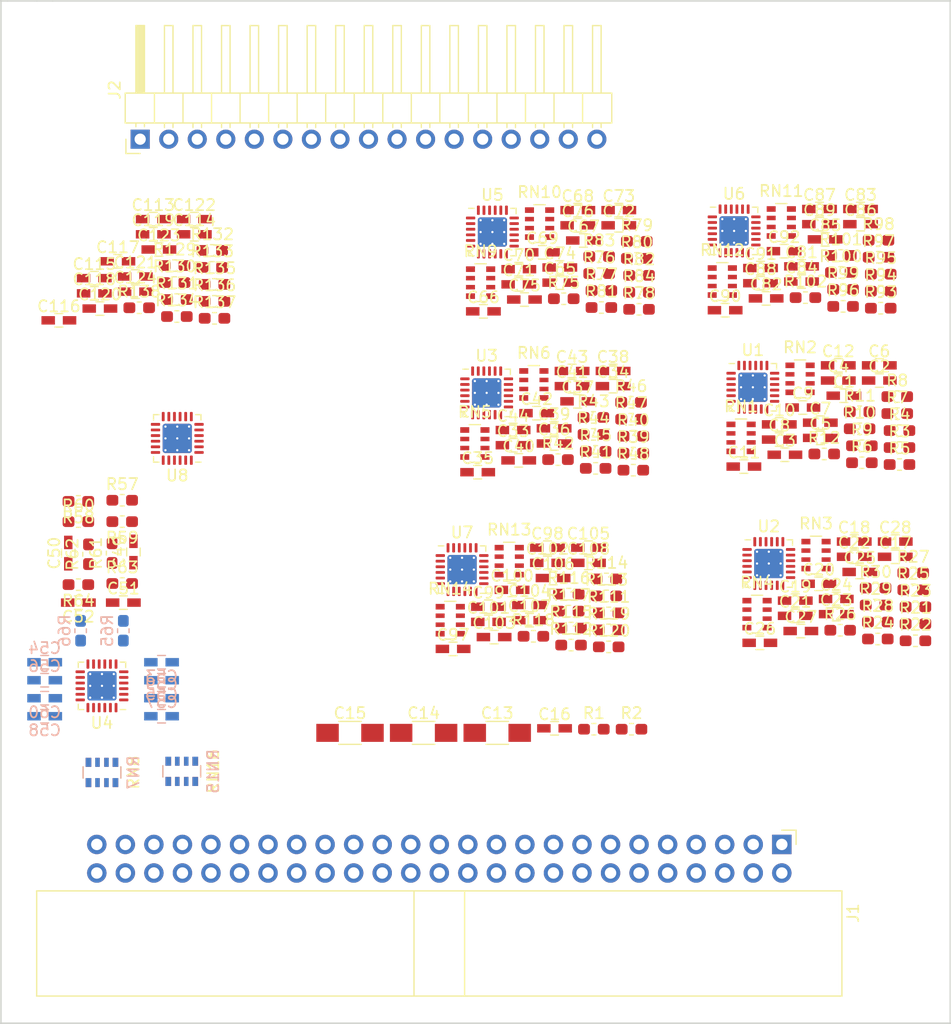
<source format=kicad_pcb>
(kicad_pcb (version 20171130) (host pcbnew 5.0.2-bee76a0~70~ubuntu18.04.1)
  (layers (0 F.Cu signal) (31 B.Cu signal) (34 B.Paste user) (35 F.Paste user) (36 B.SilkS user hide) (37 F.SilkS user hide) (38 B.Mask user) (39 F.Mask user) (44 Edge.Cuts user))
  (net 0 "")
  (net 1 "Net-(C1-Pad2)")
  (net 2 "Net-(C1-Pad1)")
  (net 3 "Net-(C2-Pad2)")
  (net 4 "Net-(C2-Pad1)")
  (net 5 GND)
  (net 6 Vref_0-7)
  (net 7 +4V)
  (net 8 +2V5)
  (net 9 -2V5)
  (net 10 "Net-(C17-Pad1)")
  (net 11 "Net-(C17-Pad2)")
  (net 12 "Net-(C18-Pad1)")
  (net 13 "Net-(C18-Pad2)")
  (net 14 "Net-(C33-Pad1)")
  (net 15 "Net-(C33-Pad2)")
  (net 16 "Net-(C34-Pad2)")
  (net 17 "Net-(C34-Pad1)")
  (net 18 "Net-(C49-Pad2)")
  (net 19 "Net-(C49-Pad1)")
  (net 20 "Net-(C50-Pad2)")
  (net 21 "Net-(C50-Pad1)")
  (net 22 "Net-(C65-Pad1)")
  (net 23 "Net-(C65-Pad2)")
  (net 24 "Net-(C66-Pad2)")
  (net 25 "Net-(C66-Pad1)")
  (net 26 Vref_8-15)
  (net 27 "Net-(C81-Pad2)")
  (net 28 "Net-(C81-Pad1)")
  (net 29 "Net-(C82-Pad1)")
  (net 30 "Net-(C82-Pad2)")
  (net 31 "Net-(C97-Pad2)")
  (net 32 "Net-(C97-Pad1)")
  (net 33 "Net-(C100-Pad1)")
  (net 34 "Net-(C98-Pad2)")
  (net 35 "Net-(C113-Pad1)")
  (net 36 "Net-(C113-Pad2)")
  (net 37 "Net-(C114-Pad2)")
  (net 38 "Net-(C114-Pad1)")
  (net 39 ~D8)
  (net 40 D8)
  (net 41 ~D9)
  (net 42 D9)
  (net 43 ~D0)
  (net 44 D0)
  (net 45 ~D1)
  (net 46 D1)
  (net 47 ~D10)
  (net 48 D10)
  (net 49 ~D11)
  (net 50 D11)
  (net 51 ~D2)
  (net 52 D2)
  (net 53 ~D3)
  (net 54 D3)
  (net 55 ~D12)
  (net 56 D12)
  (net 57 ~D13)
  (net 58 D13)
  (net 59 ~D4)
  (net 60 D4)
  (net 61 ~D5)
  (net 62 D5)
  (net 63 ~D14)
  (net 64 D14)
  (net 65 ~D15)
  (net 66 D15)
  (net 67 ~D6)
  (net 68 D6)
  (net 69 ~D7)
  (net 70 D7)
  (net 71 In0)
  (net 72 In1)
  (net 73 In2)
  (net 74 In3)
  (net 75 In4)
  (net 76 In5)
  (net 77 In6)
  (net 78 In7)
  (net 79 In8)
  (net 80 In9)
  (net 81 In10)
  (net 82 In11)
  (net 83 In12)
  (net 84 In13)
  (net 85 In14)
  (net 86 In15)
  (net 87 ~LE)
  (net 88 LE)
  (net 89 "Net-(R3-Pad1)")
  (net 90 "Net-(R4-Pad1)")
  (net 91 "Net-(R11-Pad1)")
  (net 92 "Net-(R11-Pad2)")
  (net 93 "Net-(R12-Pad2)")
  (net 94 "Net-(R12-Pad1)")
  (net 95 "Net-(R21-Pad1)")
  (net 96 "Net-(R22-Pad1)")
  (net 97 "Net-(R29-Pad1)")
  (net 98 "Net-(R29-Pad2)")
  (net 99 "Net-(R30-Pad2)")
  (net 100 "Net-(R30-Pad1)")
  (net 101 "Net-(R39-Pad1)")
  (net 102 "Net-(R40-Pad1)")
  (net 103 "Net-(R47-Pad1)")
  (net 104 "Net-(R47-Pad2)")
  (net 105 "Net-(R48-Pad2)")
  (net 106 "Net-(R48-Pad1)")
  (net 107 "Net-(R57-Pad1)")
  (net 108 "Net-(R58-Pad1)")
  (net 109 "Net-(R65-Pad2)")
  (net 110 "Net-(R65-Pad1)")
  (net 111 "Net-(R66-Pad1)")
  (net 112 "Net-(R66-Pad2)")
  (net 113 "Net-(R75-Pad1)")
  (net 114 "Net-(R76-Pad1)")
  (net 115 "Net-(R83-Pad2)")
  (net 116 "Net-(R83-Pad1)")
  (net 117 "Net-(R84-Pad2)")
  (net 118 "Net-(R84-Pad1)")
  (net 119 "Net-(R93-Pad1)")
  (net 120 "Net-(R94-Pad1)")
  (net 121 "Net-(R101-Pad2)")
  (net 122 "Net-(R101-Pad1)")
  (net 123 "Net-(R102-Pad1)")
  (net 124 "Net-(R102-Pad2)")
  (net 125 "Net-(R111-Pad1)")
  (net 126 "Net-(R112-Pad1)")
  (net 127 "Net-(R119-Pad2)")
  (net 128 "Net-(R119-Pad1)")
  (net 129 "Net-(R120-Pad1)")
  (net 130 "Net-(R120-Pad2)")
  (net 131 "Net-(R129-Pad1)")
  (net 132 "Net-(R130-Pad1)")
  (net 133 "Net-(R137-Pad2)")
  (net 134 "Net-(R137-Pad1)")
  (net 135 "Net-(R138-Pad1)")
  (net 136 "Net-(R138-Pad2)")
  (net 137 "Net-(RN1-Pad7)")
  (net 138 "Net-(RN1-Pad8)")
  (net 139 "Net-(RN1-Pad6)")
  (net 140 "Net-(RN1-Pad5)")
  (net 141 "Net-(RN3-Pad7)")
  (net 142 "Net-(RN3-Pad8)")
  (net 143 "Net-(RN3-Pad6)")
  (net 144 "Net-(RN3-Pad5)")
  (net 145 "Net-(RN5-Pad5)")
  (net 146 "Net-(RN5-Pad6)")
  (net 147 "Net-(RN5-Pad8)")
  (net 148 "Net-(RN5-Pad7)")
  (net 149 "Net-(RN7-Pad7)")
  (net 150 "Net-(RN7-Pad8)")
  (net 151 "Net-(RN7-Pad6)")
  (net 152 "Net-(RN7-Pad5)")
  (net 153 "Net-(RN10-Pad4)")
  (net 154 "Net-(RN10-Pad3)")
  (net 155 "Net-(RN10-Pad1)")
  (net 156 "Net-(RN10-Pad2)")
  (net 157 "Net-(RN11-Pad7)")
  (net 158 "Net-(RN11-Pad8)")
  (net 159 "Net-(RN11-Pad6)")
  (net 160 "Net-(RN11-Pad5)")
  (net 161 "Net-(RN13-Pad7)")
  (net 162 "Net-(RN13-Pad8)")
  (net 163 "Net-(RN13-Pad6)")
  (net 164 "Net-(RN13-Pad5)")
  (net 165 "Net-(RN15-Pad7)")
  (net 166 "Net-(RN15-Pad8)")
  (net 167 "Net-(RN15-Pad6)")
  (net 168 "Net-(RN15-Pad5)")
  (module Capacitors_SMD.pretty:C_0603_HandSoldering (layer F.Cu) (at 116.025001 119.305001)
    (fp_text reference C1 (at 0 -1.25) (layer F.SilkS))
    (fp_text value 3.3p)
    (pad 2 smd rect (at 0.95 0) (size 1.2 0.75) (layers F.Cu F.Paste F.Mask) (net 1 "Net-(C1-Pad2)"))
    (pad 1 smd rect (at -0.95 0) (size 1.2 0.75) (layers F.Cu F.Paste F.Mask) (net 2 "Net-(C1-Pad1)"))
  )
  (module Capacitors_SMD.pretty:C_0603_HandSoldering (layer F.Cu) (at 119.175001 117.955001)
    (fp_text reference C2 (at 0 -1.25) (layer F.SilkS))
    (fp_text value 3.3p)
    (pad 2 smd rect (at 0.95 0) (size 1.2 0.75) (layers F.Cu F.Paste F.Mask) (net 3 "Net-(C2-Pad2)"))
    (pad 1 smd rect (at -0.95 0) (size 1.2 0.75) (layers F.Cu F.Paste F.Mask) (net 4 "Net-(C2-Pad1)"))
  )
  (module Capacitors_SMD.pretty:C_0603_HandSoldering (layer F.Cu) (at 110.775001 124.555001)
    (fp_text reference C3 (at 0 -1.25) (layer F.SilkS))
    (fp_text value 27p)
    (pad 2 smd rect (at 0.95 0) (size 1.2 0.75) (layers F.Cu F.Paste F.Mask) (net 5 GND))
    (pad 1 smd rect (at -0.95 0) (size 1.2 0.75) (layers F.Cu F.Paste F.Mask) (net 2 "Net-(C1-Pad1)"))
  )
  (module Capacitors_SMD.pretty:C_0603_HandSoldering (layer F.Cu) (at 115.525001 117.955001)
    (fp_text reference C4 (at 0 -1.25) (layer F.SilkS))
    (fp_text value 27p)
    (pad 1 smd rect (at -0.95 0) (size 1.2 0.75) (layers F.Cu F.Paste F.Mask) (net 4 "Net-(C2-Pad1)"))
    (pad 2 smd rect (at 0.95 0) (size 1.2 0.75) (layers F.Cu F.Paste F.Mask) (net 5 GND))
  )
  (module Capacitors_SMD.pretty:C_0603_HandSoldering (layer F.Cu) (at 113.925001 123.055001)
    (fp_text reference C5 (at 0 -1.25) (layer F.SilkS))
    (fp_text value 10n)
    (pad 2 smd rect (at 0.95 0) (size 1.2 0.75) (layers F.Cu F.Paste F.Mask) (net 5 GND))
    (pad 1 smd rect (at -0.95 0) (size 1.2 0.75) (layers F.Cu F.Paste F.Mask) (net 6 Vref_0-7))
  )
  (module Capacitors_SMD.pretty:C_0603_HandSoldering (layer F.Cu) (at 119.175001 116.605001)
    (fp_text reference C6 (at 0 -1.25) (layer F.SilkS))
    (fp_text value 10n)
    (pad 1 smd rect (at -0.95 0) (size 1.2 0.75) (layers F.Cu F.Paste F.Mask) (net 6 Vref_0-7))
    (pad 2 smd rect (at 0.95 0) (size 1.2 0.75) (layers F.Cu F.Paste F.Mask) (net 5 GND))
  )
  (module Capacitors_SMD.pretty:C_0603_HandSoldering (layer F.Cu) (at 113.925001 121.705001)
    (fp_text reference C7 (at 0 -1.25) (layer F.SilkS))
    (fp_text value 100n)
    (pad 1 smd rect (at -0.95 0) (size 1.2 0.75) (layers F.Cu F.Paste F.Mask) (net 7 +4V))
    (pad 2 smd rect (at 0.95 0) (size 1.2 0.75) (layers F.Cu F.Paste F.Mask) (net 5 GND))
  )
  (module Capacitors_SMD.pretty:C_0603_HandSoldering (layer F.Cu) (at 110.275001 123.205001)
    (fp_text reference C8 (at 0 -1.25) (layer F.SilkS))
    (fp_text value 100n)
    (pad 1 smd rect (at -0.95 0) (size 1.2 0.75) (layers F.Cu F.Paste F.Mask) (net 7 +4V))
    (pad 2 smd rect (at 0.95 0) (size 1.2 0.75) (layers F.Cu F.Paste F.Mask) (net 5 GND))
  )
  (module Capacitors_SMD.pretty:C_0603_HandSoldering (layer F.Cu) (at 112.375001 120.355001)
    (fp_text reference C9 (at 0 -1.25) (layer F.SilkS))
    (fp_text value 100n)
    (pad 2 smd rect (at 0.95 0) (size 1.2 0.75) (layers F.Cu F.Paste F.Mask) (net 8 +2V5))
    (pad 1 smd rect (at -0.95 0) (size 1.2 0.75) (layers F.Cu F.Paste F.Mask) (net 5 GND))
  )
  (module Capacitors_SMD.pretty:C_0603_HandSoldering (layer F.Cu) (at 110.275001 121.855001)
    (fp_text reference C10 (at 0 -1.25) (layer F.SilkS))
    (fp_text value 100n)
    (pad 2 smd rect (at 0.95 0) (size 1.2 0.75) (layers F.Cu F.Paste F.Mask) (net 8 +2V5))
    (pad 1 smd rect (at -0.95 0) (size 1.2 0.75) (layers F.Cu F.Paste F.Mask) (net 5 GND))
  )
  (module Capacitors_SMD.pretty:C_0603_HandSoldering (layer F.Cu) (at 107.125001 125.605001)
    (fp_text reference C11 (at 0 -1.25) (layer F.SilkS))
    (fp_text value 100n)
    (pad 1 smd rect (at -0.95 0) (size 1.2 0.75) (layers F.Cu F.Paste F.Mask) (net 5 GND))
    (pad 2 smd rect (at 0.95 0) (size 1.2 0.75) (layers F.Cu F.Paste F.Mask) (net 9 -2V5))
  )
  (module Capacitors_SMD.pretty:C_0603_HandSoldering (layer F.Cu) (at 115.525001 116.605001)
    (fp_text reference C12 (at 0 -1.25) (layer F.SilkS))
    (fp_text value 100n)
    (pad 2 smd rect (at 0.95 0) (size 1.2 0.75) (layers F.Cu F.Paste F.Mask) (net 9 -2V5))
    (pad 1 smd rect (at -0.95 0) (size 1.2 0.75) (layers F.Cu F.Paste F.Mask) (net 5 GND))
  )
  (module Capacitors_SMD.pretty:C_1206_HandSoldering (layer F.Cu) (at 85.175001 149.280001)
    (fp_text reference C13 (at 0 -1.75) (layer F.SilkS))
    (fp_text value 10uF)
    (pad 1 smd rect (at -2 0) (size 2 1.6) (layers F.Cu F.Paste F.Mask) (net 7 +4V))
    (pad 2 smd rect (at 2 0) (size 2 1.6) (layers F.Cu F.Paste F.Mask) (net 5 GND))
  )
  (module Capacitors_SMD.pretty:C_1206_HandSoldering (layer F.Cu) (at 78.625001 149.280001)
    (fp_text reference C14 (at 0 -1.75) (layer F.SilkS))
    (fp_text value 10uF)
    (pad 2 smd rect (at 2 0) (size 2 1.6) (layers F.Cu F.Paste F.Mask) (net 5 GND))
    (pad 1 smd rect (at -2 0) (size 2 1.6) (layers F.Cu F.Paste F.Mask) (net 8 +2V5))
  )
  (module Capacitors_SMD.pretty:C_1206_HandSoldering (layer F.Cu) (at 72.075001 149.280001)
    (fp_text reference C15 (at 0 -1.75) (layer F.SilkS))
    (fp_text value 10uF)
    (pad 1 smd rect (at -2 0) (size 2 1.6) (layers F.Cu F.Paste F.Mask) (net 9 -2V5))
    (pad 2 smd rect (at 2 0) (size 2 1.6) (layers F.Cu F.Paste F.Mask) (net 5 GND))
  )
  (module Capacitors_SMD.pretty:C_0603_HandSoldering (layer F.Cu) (at 90.275001 148.875001)
    (fp_text reference C16 (at 0 -1.25) (layer F.SilkS))
    (fp_text value 100n)
    (pad 2 smd rect (at 0.95 0) (size 1.2 0.75) (layers F.Cu F.Paste F.Mask) (net 5 GND))
    (pad 1 smd rect (at -0.95 0) (size 1.2 0.75) (layers F.Cu F.Paste F.Mask))
  )
  (module Capacitors_SMD.pretty:C_0603_HandSoldering (layer F.Cu) (at 120.595001 133.625001)
    (fp_text reference C17 (at 0 -1.25) (layer F.SilkS))
    (fp_text value 3.3p)
    (pad 1 smd rect (at -0.95 0) (size 1.2 0.75) (layers F.Cu F.Paste F.Mask) (net 10 "Net-(C17-Pad1)"))
    (pad 2 smd rect (at 0.95 0) (size 1.2 0.75) (layers F.Cu F.Paste F.Mask) (net 11 "Net-(C17-Pad2)"))
  )
  (module Capacitors_SMD.pretty:C_0603_HandSoldering (layer F.Cu) (at 116.945001 132.275001)
    (fp_text reference C18 (at 0 -1.25) (layer F.SilkS))
    (fp_text value 3.3p)
    (pad 1 smd rect (at -0.95 0) (size 1.2 0.75) (layers F.Cu F.Paste F.Mask) (net 12 "Net-(C18-Pad1)"))
    (pad 2 smd rect (at 0.95 0) (size 1.2 0.75) (layers F.Cu F.Paste F.Mask) (net 13 "Net-(C18-Pad2)"))
  )
  (module Capacitors_SMD.pretty:C_0603_HandSoldering (layer F.Cu) (at 111.695001 137.525001)
    (fp_text reference C19 (at 0 -1.25) (layer F.SilkS))
    (fp_text value 27p)
    (pad 1 smd rect (at -0.95 0) (size 1.2 0.75) (layers F.Cu F.Paste F.Mask) (net 10 "Net-(C17-Pad1)"))
    (pad 2 smd rect (at 0.95 0) (size 1.2 0.75) (layers F.Cu F.Paste F.Mask) (net 5 GND))
  )
  (module Capacitors_SMD.pretty:C_0603_HandSoldering (layer F.Cu) (at 113.795001 136.025001)
    (fp_text reference C20 (at 0 -1.25) (layer F.SilkS))
    (fp_text value 27p)
    (pad 1 smd rect (at -0.95 0) (size 1.2 0.75) (layers F.Cu F.Paste F.Mask) (net 12 "Net-(C18-Pad1)"))
    (pad 2 smd rect (at 0.95 0) (size 1.2 0.75) (layers F.Cu F.Paste F.Mask) (net 5 GND))
  )
  (module Capacitors_SMD.pretty:C_0603_HandSoldering (layer F.Cu) (at 111.695001 138.875001)
    (fp_text reference C21 (at 0 -1.25) (layer F.SilkS))
    (fp_text value 10n)
    (pad 2 smd rect (at 0.95 0) (size 1.2 0.75) (layers F.Cu F.Paste F.Mask) (net 5 GND))
    (pad 1 smd rect (at -0.95 0) (size 1.2 0.75) (layers F.Cu F.Paste F.Mask) (net 6 Vref_0-7))
  )
  (module Capacitors_SMD.pretty:C_0603_HandSoldering (layer F.Cu) (at 116.945001 133.625001)
    (fp_text reference C22 (at 0 -1.25) (layer F.SilkS))
    (fp_text value 10n)
    (pad 1 smd rect (at -0.95 0) (size 1.2 0.75) (layers F.Cu F.Paste F.Mask) (net 6 Vref_0-7))
    (pad 2 smd rect (at 0.95 0) (size 1.2 0.75) (layers F.Cu F.Paste F.Mask) (net 5 GND))
  )
  (module Capacitors_SMD.pretty:C_0603_HandSoldering (layer F.Cu) (at 115.345001 138.725001)
    (fp_text reference C23 (at 0 -1.25) (layer F.SilkS))
    (fp_text value 100n)
    (pad 1 smd rect (at -0.95 0) (size 1.2 0.75) (layers F.Cu F.Paste F.Mask) (net 7 +4V))
    (pad 2 smd rect (at 0.95 0) (size 1.2 0.75) (layers F.Cu F.Paste F.Mask) (net 5 GND))
  )
  (module Capacitors_SMD.pretty:C_0603_HandSoldering (layer F.Cu) (at 115.345001 137.375001)
    (fp_text reference C24 (at 0 -1.25) (layer F.SilkS))
    (fp_text value 100n)
    (pad 1 smd rect (at -0.95 0) (size 1.2 0.75) (layers F.Cu F.Paste F.Mask) (net 7 +4V))
    (pad 2 smd rect (at 0.95 0) (size 1.2 0.75) (layers F.Cu F.Paste F.Mask) (net 5 GND))
  )
  (module Capacitors_SMD.pretty:C_0603_HandSoldering (layer F.Cu) (at 117.445001 134.975001)
    (fp_text reference C25 (at 0 -1.25) (layer F.SilkS))
    (fp_text value 100n)
    (pad 2 smd rect (at 0.95 0) (size 1.2 0.75) (layers F.Cu F.Paste F.Mask) (net 8 +2V5))
    (pad 1 smd rect (at -0.95 0) (size 1.2 0.75) (layers F.Cu F.Paste F.Mask) (net 5 GND))
  )
  (module Capacitors_SMD.pretty:C_0603_HandSoldering (layer F.Cu) (at 108.545001 141.275001)
    (fp_text reference C26 (at 0 -1.25) (layer F.SilkS))
    (fp_text value 100n)
    (pad 2 smd rect (at 0.95 0) (size 1.2 0.75) (layers F.Cu F.Paste F.Mask) (net 8 +2V5))
    (pad 1 smd rect (at -0.95 0) (size 1.2 0.75) (layers F.Cu F.Paste F.Mask) (net 5 GND))
  )
  (module Capacitors_SMD.pretty:C_0603_HandSoldering (layer F.Cu) (at 112.195001 140.225001)
    (fp_text reference C27 (at 0 -1.25) (layer F.SilkS))
    (fp_text value 100n)
    (pad 1 smd rect (at -0.95 0) (size 1.2 0.75) (layers F.Cu F.Paste F.Mask) (net 5 GND))
    (pad 2 smd rect (at 0.95 0) (size 1.2 0.75) (layers F.Cu F.Paste F.Mask) (net 9 -2V5))
  )
  (module Capacitors_SMD.pretty:C_0603_HandSoldering (layer F.Cu) (at 120.595001 132.275001)
    (fp_text reference C28 (at 0 -1.25) (layer F.SilkS))
    (fp_text value 100n)
    (pad 2 smd rect (at 0.95 0) (size 1.2 0.75) (layers F.Cu F.Paste F.Mask) (net 9 -2V5))
    (pad 1 smd rect (at -0.95 0) (size 1.2 0.75) (layers F.Cu F.Paste F.Mask) (net 5 GND))
  )
  (module Capacitors_SMD.pretty:C_0603_HandSoldering (layer F.Cu) (at 86.585001 123.705001)
    (fp_text reference C33 (at 0 -1.25) (layer F.SilkS))
    (fp_text value 3.3p)
    (pad 1 smd rect (at -0.95 0) (size 1.2 0.75) (layers F.Cu F.Paste F.Mask) (net 14 "Net-(C33-Pad1)"))
    (pad 2 smd rect (at 0.95 0) (size 1.2 0.75) (layers F.Cu F.Paste F.Mask) (net 15 "Net-(C33-Pad2)"))
  )
  (module Capacitors_SMD.pretty:C_0603_HandSoldering (layer F.Cu) (at 95.485001 118.455001)
    (fp_text reference C34 (at 0 -1.25) (layer F.SilkS))
    (fp_text value 3.3p)
    (pad 2 smd rect (at 0.95 0) (size 1.2 0.75) (layers F.Cu F.Paste F.Mask) (net 16 "Net-(C34-Pad2)"))
    (pad 1 smd rect (at -0.95 0) (size 1.2 0.75) (layers F.Cu F.Paste F.Mask) (net 17 "Net-(C34-Pad1)"))
  )
  (module Capacitors_SMD.pretty:C_0603_HandSoldering (layer F.Cu) (at 83.435001 126.105001)
    (fp_text reference C35 (at 0 -1.25) (layer F.SilkS))
    (fp_text value 27p)
    (pad 1 smd rect (at -0.95 0) (size 1.2 0.75) (layers F.Cu F.Paste F.Mask) (net 14 "Net-(C33-Pad1)"))
    (pad 2 smd rect (at 0.95 0) (size 1.2 0.75) (layers F.Cu F.Paste F.Mask) (net 5 GND))
  )
  (module Capacitors_SMD.pretty:C_0603_HandSoldering (layer F.Cu) (at 90.235001 123.555001)
    (fp_text reference C36 (at 0 -1.25) (layer F.SilkS))
    (fp_text value 27p)
    (pad 2 smd rect (at 0.95 0) (size 1.2 0.75) (layers F.Cu F.Paste F.Mask) (net 5 GND))
    (pad 1 smd rect (at -0.95 0) (size 1.2 0.75) (layers F.Cu F.Paste F.Mask) (net 17 "Net-(C34-Pad1)"))
  )
  (module Capacitors_SMD.pretty:C_0603_HandSoldering (layer F.Cu) (at 92.335001 119.805001)
    (fp_text reference C37 (at 0 -1.25) (layer F.SilkS))
    (fp_text value 10n)
    (pad 1 smd rect (at -0.95 0) (size 1.2 0.75) (layers F.Cu F.Paste F.Mask) (net 6 Vref_0-7))
    (pad 2 smd rect (at 0.95 0) (size 1.2 0.75) (layers F.Cu F.Paste F.Mask) (net 5 GND))
  )
  (module Capacitors_SMD.pretty:C_0603_HandSoldering (layer F.Cu) (at 95.485001 117.105001)
    (fp_text reference C38 (at 0 -1.25) (layer F.SilkS))
    (fp_text value 10n)
    (pad 1 smd rect (at -0.95 0) (size 1.2 0.75) (layers F.Cu F.Paste F.Mask) (net 6 Vref_0-7))
    (pad 2 smd rect (at 0.95 0) (size 1.2 0.75) (layers F.Cu F.Paste F.Mask) (net 5 GND))
  )
  (module Capacitors_SMD.pretty:C_0603_HandSoldering (layer F.Cu) (at 90.235001 122.205001)
    (fp_text reference C39 (at 0 -1.25) (layer F.SilkS))
    (fp_text value 100n)
    (pad 2 smd rect (at 0.95 0) (size 1.2 0.75) (layers F.Cu F.Paste F.Mask) (net 5 GND))
    (pad 1 smd rect (at -0.95 0) (size 1.2 0.75) (layers F.Cu F.Paste F.Mask) (net 7 +4V))
  )
  (module Capacitors_SMD.pretty:C_0603_HandSoldering (layer F.Cu) (at 87.085001 125.055001)
    (fp_text reference C40 (at 0 -1.25) (layer F.SilkS))
    (fp_text value 100n)
    (pad 1 smd rect (at -0.95 0) (size 1.2 0.75) (layers F.Cu F.Paste F.Mask) (net 7 +4V))
    (pad 2 smd rect (at 0.95 0) (size 1.2 0.75) (layers F.Cu F.Paste F.Mask) (net 5 GND))
  )
  (module Capacitors_SMD.pretty:C_0603_HandSoldering (layer F.Cu) (at 91.835001 118.455001)
    (fp_text reference C41 (at 0 -1.25) (layer F.SilkS))
    (fp_text value 100n)
    (pad 2 smd rect (at 0.95 0) (size 1.2 0.75) (layers F.Cu F.Paste F.Mask) (net 8 +2V5))
    (pad 1 smd rect (at -0.95 0) (size 1.2 0.75) (layers F.Cu F.Paste F.Mask) (net 5 GND))
  )
  (module Capacitors_SMD.pretty:C_0603_HandSoldering (layer F.Cu) (at 88.685001 120.855001)
    (fp_text reference C42 (at 0 -1.25) (layer F.SilkS))
    (fp_text value 100n)
    (pad 2 smd rect (at 0.95 0) (size 1.2 0.75) (layers F.Cu F.Paste F.Mask) (net 8 +2V5))
    (pad 1 smd rect (at -0.95 0) (size 1.2 0.75) (layers F.Cu F.Paste F.Mask) (net 5 GND))
  )
  (module Capacitors_SMD.pretty:C_0603_HandSoldering (layer F.Cu) (at 91.835001 117.105001)
    (fp_text reference C43 (at 0 -1.25) (layer F.SilkS))
    (fp_text value 100n)
    (pad 2 smd rect (at 0.95 0) (size 1.2 0.75) (layers F.Cu F.Paste F.Mask) (net 9 -2V5))
    (pad 1 smd rect (at -0.95 0) (size 1.2 0.75) (layers F.Cu F.Paste F.Mask) (net 5 GND))
  )
  (module Capacitors_SMD.pretty:C_0603_HandSoldering (layer F.Cu) (at 86.585001 122.355001)
    (fp_text reference C44 (at 0 -1.25) (layer F.SilkS))
    (fp_text value 100n)
    (pad 2 smd rect (at 0.95 0) (size 1.2 0.75) (layers F.Cu F.Paste F.Mask) (net 9 -2V5))
    (pad 1 smd rect (at -0.95 0) (size 1.2 0.75) (layers F.Cu F.Paste F.Mask) (net 5 GND))
  )
  (module Capacitors_SMD.pretty:C_0603_HandSoldering (layer F.Cu) (at 52.8 133.2 90)
    (fp_text reference C49 (at 0 -1.25 90) (layer F.SilkS))
    (fp_text value 3.3p)
    (pad 2 smd rect (at 0.95 0 90) (size 1.2 0.75) (layers F.Cu F.Paste F.Mask) (net 18 "Net-(C49-Pad2)"))
    (pad 1 smd rect (at -0.95 0 90) (size 1.2 0.75) (layers F.Cu F.Paste F.Mask) (net 19 "Net-(C49-Pad1)"))
  )
  (module Capacitors_SMD.pretty:C_0603_HandSoldering (layer F.Cu) (at 47 133.3 90)
    (fp_text reference C50 (at 0 -1.25 90) (layer F.SilkS))
    (fp_text value 3.3p)
    (pad 2 smd rect (at 0.95 0 90) (size 1.2 0.75) (layers F.Cu F.Paste F.Mask) (net 20 "Net-(C50-Pad2)"))
    (pad 1 smd rect (at -0.95 0 90) (size 1.2 0.75) (layers F.Cu F.Paste F.Mask) (net 21 "Net-(C50-Pad1)"))
  )
  (module Capacitors_SMD.pretty:C_0603_HandSoldering (layer F.Cu) (at 51.9 137.7)
    (fp_text reference C51 (at 0 -1.25) (layer F.SilkS))
    (fp_text value 27p)
    (pad 2 smd rect (at 0.95 0) (size 1.2 0.75) (layers F.Cu F.Paste F.Mask) (net 5 GND))
    (pad 1 smd rect (at -0.95 0) (size 1.2 0.75) (layers F.Cu F.Paste F.Mask) (net 19 "Net-(C49-Pad1)"))
  )
  (module Capacitors_SMD.pretty:C_0603_HandSoldering (layer F.Cu) (at 47.9 137.7 180)
    (fp_text reference C52 (at 0 -1.25 180) (layer F.SilkS))
    (fp_text value 27p)
    (pad 1 smd rect (at -0.95 0 180) (size 1.2 0.75) (layers F.Cu F.Paste F.Mask) (net 21 "Net-(C50-Pad1)"))
    (pad 2 smd rect (at 0.95 0 180) (size 1.2 0.75) (layers F.Cu F.Paste F.Mask) (net 5 GND))
  )
  (module Capacitors_SMD.pretty:C_0603_HandSoldering (layer B.Cu) (at 55.3 143)
    (fp_text reference C53 (at 0 1.25) (layer B.SilkS) (effects (justify mirror)))
    (fp_text value 10n)
    (pad 2 smd rect (at 0.95 0) (size 1.2 0.75) (layers B.Cu B.Paste B.Mask) (net 5 GND))
    (pad 1 smd rect (at -0.95 0) (size 1.2 0.75) (layers B.Cu B.Paste B.Mask) (net 6 Vref_0-7))
  )
  (module Capacitors_SMD.pretty:C_0603_HandSoldering (layer B.Cu) (at 44.9 143 180)
    (fp_text reference C54 (at 0 1.25 180) (layer B.SilkS) (effects (justify mirror)))
    (fp_text value 10n)
    (pad 1 smd rect (at -0.95 0 180) (size 1.2 0.75) (layers B.Cu B.Paste B.Mask) (net 6 Vref_0-7))
    (pad 2 smd rect (at 0.95 0 180) (size 1.2 0.75) (layers B.Cu B.Paste B.Mask) (net 5 GND))
  )
  (module Capacitors_SMD.pretty:C_0603_HandSoldering (layer B.Cu) (at 55.3 144.6)
    (fp_text reference C55 (at 0 1.25) (layer B.SilkS) (effects (justify mirror)))
    (fp_text value 100n)
    (pad 2 smd rect (at 0.95 0) (size 1.2 0.75) (layers B.Cu B.Paste B.Mask) (net 5 GND))
    (pad 1 smd rect (at -0.95 0) (size 1.2 0.75) (layers B.Cu B.Paste B.Mask) (net 7 +4V))
  )
  (module Capacitors_SMD.pretty:C_0603_HandSoldering (layer B.Cu) (at 44.9 144.6 180)
    (fp_text reference C56 (at 0 1.25 180) (layer B.SilkS) (effects (justify mirror)))
    (fp_text value 100n)
    (pad 1 smd rect (at -0.95 0 180) (size 1.2 0.75) (layers B.Cu B.Paste B.Mask) (net 7 +4V))
    (pad 2 smd rect (at 0.95 0 180) (size 1.2 0.75) (layers B.Cu B.Paste B.Mask) (net 5 GND))
  )
  (module Capacitors_SMD.pretty:C_0603_HandSoldering (layer B.Cu) (at 55.3 147.8 180)
    (fp_text reference C57 (at 0 1.25 180) (layer B.SilkS) (effects (justify mirror)))
    (fp_text value 100n)
    (pad 1 smd rect (at -0.95 0 180) (size 1.2 0.75) (layers B.Cu B.Paste B.Mask) (net 5 GND))
    (pad 2 smd rect (at 0.95 0 180) (size 1.2 0.75) (layers B.Cu B.Paste B.Mask) (net 8 +2V5))
  )
  (module Capacitors_SMD.pretty:C_0603_HandSoldering (layer B.Cu) (at 44.9 147.8)
    (fp_text reference C58 (at 0 1.25) (layer B.SilkS) (effects (justify mirror)))
    (fp_text value 100n)
    (pad 2 smd rect (at 0.95 0) (size 1.2 0.75) (layers B.Cu B.Paste B.Mask) (net 8 +2V5))
    (pad 1 smd rect (at -0.95 0) (size 1.2 0.75) (layers B.Cu B.Paste B.Mask) (net 5 GND))
  )
  (module Capacitors_SMD.pretty:C_0603_HandSoldering (layer B.Cu) (at 55.3 146.2 180)
    (fp_text reference C59 (at 0 1.25 180) (layer B.SilkS) (effects (justify mirror)))
    (fp_text value 100n)
    (pad 1 smd rect (at -0.95 0 180) (size 1.2 0.75) (layers B.Cu B.Paste B.Mask) (net 5 GND))
    (pad 2 smd rect (at 0.95 0 180) (size 1.2 0.75) (layers B.Cu B.Paste B.Mask) (net 9 -2V5))
  )
  (module Capacitors_SMD.pretty:C_0603_HandSoldering (layer B.Cu) (at 44.9 146.2)
    (fp_text reference C60 (at 0 1.25) (layer B.SilkS) (effects (justify mirror)))
    (fp_text value 100n)
    (pad 2 smd rect (at 0.95 0) (size 1.2 0.75) (layers B.Cu B.Paste B.Mask) (net 9 -2V5))
    (pad 1 smd rect (at -0.95 0) (size 1.2 0.75) (layers B.Cu B.Paste B.Mask) (net 5 GND))
  )
  (module Capacitors_SMD.pretty:C_0603_HandSoldering (layer F.Cu) (at 90.745001 109.255001)
    (fp_text reference C65 (at 0 -1.25) (layer F.SilkS))
    (fp_text value 3.3p)
    (pad 1 smd rect (at -0.95 0) (size 1.2 0.75) (layers F.Cu F.Paste F.Mask) (net 22 "Net-(C65-Pad1)"))
    (pad 2 smd rect (at 0.95 0) (size 1.2 0.75) (layers F.Cu F.Paste F.Mask) (net 23 "Net-(C65-Pad2)"))
  )
  (module Capacitors_SMD.pretty:C_0603_HandSoldering (layer F.Cu) (at 83.945001 111.805001)
    (fp_text reference C66 (at 0 -1.25) (layer F.SilkS))
    (fp_text value 3.3p)
    (pad 2 smd rect (at 0.95 0) (size 1.2 0.75) (layers F.Cu F.Paste F.Mask) (net 24 "Net-(C66-Pad2)"))
    (pad 1 smd rect (at -0.95 0) (size 1.2 0.75) (layers F.Cu F.Paste F.Mask) (net 25 "Net-(C66-Pad1)"))
  )
  (module Capacitors_SMD.pretty:C_0603_HandSoldering (layer F.Cu) (at 92.845001 105.505001)
    (fp_text reference C67 (at 0 -1.25) (layer F.SilkS))
    (fp_text value 27p)
    (pad 1 smd rect (at -0.95 0) (size 1.2 0.75) (layers F.Cu F.Paste F.Mask) (net 22 "Net-(C65-Pad1)"))
    (pad 2 smd rect (at 0.95 0) (size 1.2 0.75) (layers F.Cu F.Paste F.Mask) (net 5 GND))
  )
  (module Capacitors_SMD.pretty:C_0603_HandSoldering (layer F.Cu) (at 92.345001 102.805001)
    (fp_text reference C68 (at 0 -1.25) (layer F.SilkS))
    (fp_text value 27p)
    (pad 2 smd rect (at 0.95 0) (size 1.2 0.75) (layers F.Cu F.Paste F.Mask) (net 5 GND))
    (pad 1 smd rect (at -0.95 0) (size 1.2 0.75) (layers F.Cu F.Paste F.Mask) (net 25 "Net-(C66-Pad1)"))
  )
  (module Capacitors_SMD.pretty:C_0603_HandSoldering (layer F.Cu) (at 89.195001 106.555001)
    (fp_text reference C69 (at 0 -1.25) (layer F.SilkS))
    (fp_text value 10n)
    (pad 2 smd rect (at 0.95 0) (size 1.2 0.75) (layers F.Cu F.Paste F.Mask) (net 5 GND))
    (pad 1 smd rect (at -0.95 0) (size 1.2 0.75) (layers F.Cu F.Paste F.Mask) (net 26 Vref_8-15))
  )
  (module Capacitors_SMD.pretty:C_0603_HandSoldering (layer F.Cu) (at 87.095001 108.055001)
    (fp_text reference C70 (at 0 -1.25) (layer F.SilkS))
    (fp_text value 10n)
    (pad 2 smd rect (at 0.95 0) (size 1.2 0.75) (layers F.Cu F.Paste F.Mask) (net 5 GND))
    (pad 1 smd rect (at -0.95 0) (size 1.2 0.75) (layers F.Cu F.Paste F.Mask) (net 26 Vref_8-15))
  )
  (module Capacitors_SMD.pretty:C_0603_HandSoldering (layer F.Cu) (at 87.095001 109.405001)
    (fp_text reference C71 (at 0 -1.25) (layer F.SilkS))
    (fp_text value 100n)
    (pad 2 smd rect (at 0.95 0) (size 1.2 0.75) (layers F.Cu F.Paste F.Mask) (net 5 GND))
    (pad 1 smd rect (at -0.95 0) (size 1.2 0.75) (layers F.Cu F.Paste F.Mask) (net 7 +4V))
  )
  (module Capacitors_SMD.pretty:C_0603_HandSoldering (layer F.Cu) (at 95.995001 104.155001)
    (fp_text reference C72 (at 0 -1.25) (layer F.SilkS))
    (fp_text value 100n)
    (pad 2 smd rect (at 0.95 0) (size 1.2 0.75) (layers F.Cu F.Paste F.Mask) (net 5 GND))
    (pad 1 smd rect (at -0.95 0) (size 1.2 0.75) (layers F.Cu F.Paste F.Mask) (net 7 +4V))
  )
  (module Capacitors_SMD.pretty:C_0603_HandSoldering (layer F.Cu) (at 95.995001 102.805001)
    (fp_text reference C73 (at 0 -1.25) (layer F.SilkS))
    (fp_text value 100n)
    (pad 1 smd rect (at -0.95 0) (size 1.2 0.75) (layers F.Cu F.Paste F.Mask) (net 5 GND))
    (pad 2 smd rect (at 0.95 0) (size 1.2 0.75) (layers F.Cu F.Paste F.Mask) (net 8 +2V5))
  )
  (module Capacitors_SMD.pretty:C_0603_HandSoldering (layer F.Cu) (at 90.745001 107.905001)
    (fp_text reference C74 (at 0 -1.25) (layer F.SilkS))
    (fp_text value 100n)
    (pad 1 smd rect (at -0.95 0) (size 1.2 0.75) (layers F.Cu F.Paste F.Mask) (net 5 GND))
    (pad 2 smd rect (at 0.95 0) (size 1.2 0.75) (layers F.Cu F.Paste F.Mask) (net 8 +2V5))
  )
  (module Capacitors_SMD.pretty:C_0603_HandSoldering (layer F.Cu) (at 87.595001 110.755001)
    (fp_text reference C75 (at 0 -1.25) (layer F.SilkS))
    (fp_text value 100n)
    (pad 1 smd rect (at -0.95 0) (size 1.2 0.75) (layers F.Cu F.Paste F.Mask) (net 5 GND))
    (pad 2 smd rect (at 0.95 0) (size 1.2 0.75) (layers F.Cu F.Paste F.Mask) (net 9 -2V5))
  )
  (module Capacitors_SMD.pretty:C_0603_HandSoldering (layer F.Cu) (at 92.345001 104.155001)
    (fp_text reference C76 (at 0 -1.25) (layer F.SilkS))
    (fp_text value 100n)
    (pad 1 smd rect (at -0.95 0) (size 1.2 0.75) (layers F.Cu F.Paste F.Mask) (net 5 GND))
    (pad 2 smd rect (at 0.95 0) (size 1.2 0.75) (layers F.Cu F.Paste F.Mask) (net 9 -2V5))
  )
  (module Capacitors_SMD.pretty:C_0603_HandSoldering (layer F.Cu) (at 112.255001 107.805001)
    (fp_text reference C81 (at 0 -1.25) (layer F.SilkS))
    (fp_text value 3.3p)
    (pad 2 smd rect (at 0.95 0) (size 1.2 0.75) (layers F.Cu F.Paste F.Mask) (net 27 "Net-(C81-Pad2)"))
    (pad 1 smd rect (at -0.95 0) (size 1.2 0.75) (layers F.Cu F.Paste F.Mask) (net 28 "Net-(C81-Pad1)"))
  )
  (module Capacitors_SMD.pretty:C_0603_HandSoldering (layer F.Cu) (at 109.105001 110.655001)
    (fp_text reference C82 (at 0 -1.25) (layer F.SilkS))
    (fp_text value 3.3p)
    (pad 1 smd rect (at -0.95 0) (size 1.2 0.75) (layers F.Cu F.Paste F.Mask) (net 29 "Net-(C82-Pad1)"))
    (pad 2 smd rect (at 0.95 0) (size 1.2 0.75) (layers F.Cu F.Paste F.Mask) (net 30 "Net-(C82-Pad2)"))
  )
  (module Capacitors_SMD.pretty:C_0603_HandSoldering (layer F.Cu) (at 117.505001 102.705001)
    (fp_text reference C83 (at 0 -1.25) (layer F.SilkS))
    (fp_text value 27p)
    (pad 2 smd rect (at 0.95 0) (size 1.2 0.75) (layers F.Cu F.Paste F.Mask) (net 5 GND))
    (pad 1 smd rect (at -0.95 0) (size 1.2 0.75) (layers F.Cu F.Paste F.Mask) (net 28 "Net-(C81-Pad1)"))
  )
  (module Capacitors_SMD.pretty:C_0603_HandSoldering (layer F.Cu) (at 112.255001 109.155001)
    (fp_text reference C84 (at 0 -1.25) (layer F.SilkS))
    (fp_text value 27p)
    (pad 1 smd rect (at -0.95 0) (size 1.2 0.75) (layers F.Cu F.Paste F.Mask) (net 29 "Net-(C82-Pad1)"))
    (pad 2 smd rect (at 0.95 0) (size 1.2 0.75) (layers F.Cu F.Paste F.Mask) (net 5 GND))
  )
  (module Capacitors_SMD.pretty:C_0603_HandSoldering (layer F.Cu) (at 114.355001 105.405001)
    (fp_text reference C85 (at 0 -1.25) (layer F.SilkS))
    (fp_text value 10n)
    (pad 1 smd rect (at -0.95 0) (size 1.2 0.75) (layers F.Cu F.Paste F.Mask) (net 26 Vref_8-15))
    (pad 2 smd rect (at 0.95 0) (size 1.2 0.75) (layers F.Cu F.Paste F.Mask) (net 5 GND))
  )
  (module Capacitors_SMD.pretty:C_0603_HandSoldering (layer F.Cu) (at 117.505001 104.055001)
    (fp_text reference C86 (at 0 -1.25) (layer F.SilkS))
    (fp_text value 10n)
    (pad 1 smd rect (at -0.95 0) (size 1.2 0.75) (layers F.Cu F.Paste F.Mask) (net 26 Vref_8-15))
    (pad 2 smd rect (at 0.95 0) (size 1.2 0.75) (layers F.Cu F.Paste F.Mask) (net 5 GND))
  )
  (module Capacitors_SMD.pretty:C_0603_HandSoldering (layer F.Cu) (at 113.855001 102.705001)
    (fp_text reference C87 (at 0 -1.25) (layer F.SilkS))
    (fp_text value 100n)
    (pad 2 smd rect (at 0.95 0) (size 1.2 0.75) (layers F.Cu F.Paste F.Mask) (net 5 GND))
    (pad 1 smd rect (at -0.95 0) (size 1.2 0.75) (layers F.Cu F.Paste F.Mask) (net 7 +4V))
  )
  (module Capacitors_SMD.pretty:C_0603_HandSoldering (layer F.Cu) (at 108.605001 109.305001)
    (fp_text reference C88 (at 0 -1.25) (layer F.SilkS))
    (fp_text value 100n)
    (pad 1 smd rect (at -0.95 0) (size 1.2 0.75) (layers F.Cu F.Paste F.Mask) (net 7 +4V))
    (pad 2 smd rect (at 0.95 0) (size 1.2 0.75) (layers F.Cu F.Paste F.Mask) (net 5 GND))
  )
  (module Capacitors_SMD.pretty:C_0603_HandSoldering (layer F.Cu) (at 113.855001 104.055001)
    (fp_text reference C89 (at 0 -1.25) (layer F.SilkS))
    (fp_text value 100n)
    (pad 1 smd rect (at -0.95 0) (size 1.2 0.75) (layers F.Cu F.Paste F.Mask) (net 5 GND))
    (pad 2 smd rect (at 0.95 0) (size 1.2 0.75) (layers F.Cu F.Paste F.Mask) (net 8 +2V5))
  )
  (module Capacitors_SMD.pretty:C_0603_HandSoldering (layer F.Cu) (at 105.455001 111.705001)
    (fp_text reference C90 (at 0 -1.25) (layer F.SilkS))
    (fp_text value 100n)
    (pad 2 smd rect (at 0.95 0) (size 1.2 0.75) (layers F.Cu F.Paste F.Mask) (net 8 +2V5))
    (pad 1 smd rect (at -0.95 0) (size 1.2 0.75) (layers F.Cu F.Paste F.Mask) (net 5 GND))
  )
  (module Capacitors_SMD.pretty:C_0603_HandSoldering (layer F.Cu) (at 108.605001 107.955001)
    (fp_text reference C91 (at 0 -1.25) (layer F.SilkS))
    (fp_text value 100n)
    (pad 1 smd rect (at -0.95 0) (size 1.2 0.75) (layers F.Cu F.Paste F.Mask) (net 5 GND))
    (pad 2 smd rect (at 0.95 0) (size 1.2 0.75) (layers F.Cu F.Paste F.Mask) (net 9 -2V5))
  )
  (module Capacitors_SMD.pretty:C_0603_HandSoldering (layer F.Cu) (at 110.705001 106.455001)
    (fp_text reference C92 (at 0 -1.25) (layer F.SilkS))
    (fp_text value 100n)
    (pad 2 smd rect (at 0.95 0) (size 1.2 0.75) (layers F.Cu F.Paste F.Mask) (net 9 -2V5))
    (pad 1 smd rect (at -0.95 0) (size 1.2 0.75) (layers F.Cu F.Paste F.Mask) (net 5 GND))
  )
  (module Capacitors_SMD.pretty:C_0603_HandSoldering (layer F.Cu) (at 81.245001 141.815001)
    (fp_text reference C97 (at 0 -1.25) (layer F.SilkS))
    (fp_text value 3.3p)
    (pad 2 smd rect (at 0.95 0) (size 1.2 0.75) (layers F.Cu F.Paste F.Mask) (net 31 "Net-(C97-Pad2)"))
    (pad 1 smd rect (at -0.95 0) (size 1.2 0.75) (layers F.Cu F.Paste F.Mask) (net 32 "Net-(C97-Pad1)"))
  )
  (module Capacitors_SMD.pretty:C_0603_HandSoldering (layer F.Cu) (at 89.645001 132.815001)
    (fp_text reference C98 (at 0 -1.25) (layer F.SilkS))
    (fp_text value 3.3p)
    (pad 1 smd rect (at -0.95 0) (size 1.2 0.75) (layers F.Cu F.Paste F.Mask) (net 33 "Net-(C100-Pad1)"))
    (pad 2 smd rect (at 0.95 0) (size 1.2 0.75) (layers F.Cu F.Paste F.Mask) (net 34 "Net-(C98-Pad2)"))
  )
  (module Capacitors_SMD.pretty:C_0603_HandSoldering (layer F.Cu) (at 84.395001 138.065001)
    (fp_text reference C99 (at 0 -1.25) (layer F.SilkS))
    (fp_text value 27p)
    (pad 2 smd rect (at 0.95 0) (size 1.2 0.75) (layers F.Cu F.Paste F.Mask) (net 5 GND))
    (pad 1 smd rect (at -0.95 0) (size 1.2 0.75) (layers F.Cu F.Paste F.Mask) (net 32 "Net-(C97-Pad1)"))
  )
  (module Capacitors_SMD.pretty:C_0603_HandSoldering (layer F.Cu) (at 86.495001 136.565001)
    (fp_text reference C100 (at 0 -1.25) (layer F.SilkS))
    (fp_text value 27p)
    (pad 1 smd rect (at -0.95 0) (size 1.2 0.75) (layers F.Cu F.Paste F.Mask) (net 33 "Net-(C100-Pad1)"))
    (pad 2 smd rect (at 0.95 0) (size 1.2 0.75) (layers F.Cu F.Paste F.Mask) (net 5 GND))
  )
  (module Capacitors_SMD.pretty:C_0603_HandSoldering (layer F.Cu) (at 84.395001 139.415001)
    (fp_text reference C101 (at 0 -1.25) (layer F.SilkS))
    (fp_text value 10n)
    (pad 1 smd rect (at -0.95 0) (size 1.2 0.75) (layers F.Cu F.Paste F.Mask) (net 26 Vref_8-15))
    (pad 2 smd rect (at 0.95 0) (size 1.2 0.75) (layers F.Cu F.Paste F.Mask) (net 5 GND))
  )
  (module Capacitors_SMD.pretty:C_0603_HandSoldering (layer F.Cu) (at 89.645001 134.165001)
    (fp_text reference C102 (at 0 -1.25) (layer F.SilkS))
    (fp_text value 10n)
    (pad 1 smd rect (at -0.95 0) (size 1.2 0.75) (layers F.Cu F.Paste F.Mask) (net 26 Vref_8-15))
    (pad 2 smd rect (at 0.95 0) (size 1.2 0.75) (layers F.Cu F.Paste F.Mask) (net 5 GND))
  )
  (module Capacitors_SMD.pretty:C_0603_HandSoldering (layer F.Cu) (at 84.895001 140.765001)
    (fp_text reference C103 (at 0 -1.25) (layer F.SilkS))
    (fp_text value 100n)
    (pad 1 smd rect (at -0.95 0) (size 1.2 0.75) (layers F.Cu F.Paste F.Mask) (net 7 +4V))
    (pad 2 smd rect (at 0.95 0) (size 1.2 0.75) (layers F.Cu F.Paste F.Mask) (net 5 GND))
  )
  (module Capacitors_SMD.pretty:C_0603_HandSoldering (layer F.Cu) (at 88.045001 137.915001)
    (fp_text reference C104 (at 0 -1.25) (layer F.SilkS))
    (fp_text value 100n)
    (pad 1 smd rect (at -0.95 0) (size 1.2 0.75) (layers F.Cu F.Paste F.Mask) (net 7 +4V))
    (pad 2 smd rect (at 0.95 0) (size 1.2 0.75) (layers F.Cu F.Paste F.Mask) (net 5 GND))
  )
  (module Capacitors_SMD.pretty:C_0603_HandSoldering (layer F.Cu) (at 93.295001 132.815001)
    (fp_text reference C105 (at 0 -1.25) (layer F.SilkS))
    (fp_text value 100n)
    (pad 2 smd rect (at 0.95 0) (size 1.2 0.75) (layers F.Cu F.Paste F.Mask) (net 8 +2V5))
    (pad 1 smd rect (at -0.95 0) (size 1.2 0.75) (layers F.Cu F.Paste F.Mask) (net 5 GND))
  )
  (module Capacitors_SMD.pretty:C_0603_HandSoldering (layer F.Cu) (at 90.145001 135.515001)
    (fp_text reference C106 (at 0 -1.25) (layer F.SilkS))
    (fp_text value 100n)
    (pad 2 smd rect (at 0.95 0) (size 1.2 0.75) (layers F.Cu F.Paste F.Mask) (net 8 +2V5))
    (pad 1 smd rect (at -0.95 0) (size 1.2 0.75) (layers F.Cu F.Paste F.Mask) (net 5 GND))
  )
  (module Capacitors_SMD.pretty:C_0603_HandSoldering (layer F.Cu) (at 88.045001 139.265001)
    (fp_text reference C107 (at 0 -1.25) (layer F.SilkS))
    (fp_text value 100n)
    (pad 1 smd rect (at -0.95 0) (size 1.2 0.75) (layers F.Cu F.Paste F.Mask) (net 5 GND))
    (pad 2 smd rect (at 0.95 0) (size 1.2 0.75) (layers F.Cu F.Paste F.Mask) (net 9 -2V5))
  )
  (module Capacitors_SMD.pretty:C_0603_HandSoldering (layer F.Cu) (at 93.295001 134.165001)
    (fp_text reference C108 (at 0 -1.25) (layer F.SilkS))
    (fp_text value 100n)
    (pad 2 smd rect (at 0.95 0) (size 1.2 0.75) (layers F.Cu F.Paste F.Mask) (net 9 -2V5))
    (pad 1 smd rect (at -0.95 0) (size 1.2 0.75) (layers F.Cu F.Paste F.Mask) (net 5 GND))
  )
  (module Capacitors_SMD.pretty:C_0603_HandSoldering (layer F.Cu) (at 54.565001 103.605001)
    (fp_text reference C113 (at 0 -1.25) (layer F.SilkS))
    (fp_text value 3.3p)
    (pad 1 smd rect (at -0.95 0) (size 1.2 0.75) (layers F.Cu F.Paste F.Mask) (net 35 "Net-(C113-Pad1)"))
    (pad 2 smd rect (at 0.95 0) (size 1.2 0.75) (layers F.Cu F.Paste F.Mask) (net 36 "Net-(C113-Pad2)"))
  )
  (module Capacitors_SMD.pretty:C_0603_HandSoldering (layer F.Cu) (at 58.215001 104.955001)
    (fp_text reference C114 (at 0 -1.25) (layer F.SilkS))
    (fp_text value 3.3p)
    (pad 2 smd rect (at 0.95 0) (size 1.2 0.75) (layers F.Cu F.Paste F.Mask) (net 37 "Net-(C114-Pad2)"))
    (pad 1 smd rect (at -0.95 0) (size 1.2 0.75) (layers F.Cu F.Paste F.Mask) (net 38 "Net-(C114-Pad1)"))
  )
  (module Capacitors_SMD.pretty:C_0603_HandSoldering (layer F.Cu) (at 49.315001 108.855001)
    (fp_text reference C115 (at 0 -1.25) (layer F.SilkS))
    (fp_text value 27p)
    (pad 1 smd rect (at -0.95 0) (size 1.2 0.75) (layers F.Cu F.Paste F.Mask) (net 35 "Net-(C113-Pad1)"))
    (pad 2 smd rect (at 0.95 0) (size 1.2 0.75) (layers F.Cu F.Paste F.Mask) (net 5 GND))
  )
  (module Capacitors_SMD.pretty:C_0603_HandSoldering (layer F.Cu) (at 46.165001 112.605001)
    (fp_text reference C116 (at 0 -1.25) (layer F.SilkS))
    (fp_text value 27p)
    (pad 2 smd rect (at 0.95 0) (size 1.2 0.75) (layers F.Cu F.Paste F.Mask) (net 5 GND))
    (pad 1 smd rect (at -0.95 0) (size 1.2 0.75) (layers F.Cu F.Paste F.Mask) (net 38 "Net-(C114-Pad1)"))
  )
  (module Capacitors_SMD.pretty:C_0603_HandSoldering (layer F.Cu) (at 51.415001 107.355001)
    (fp_text reference C117 (at 0 -1.25) (layer F.SilkS))
    (fp_text value 10n)
    (pad 1 smd rect (at -0.95 0) (size 1.2 0.75) (layers F.Cu F.Paste F.Mask) (net 26 Vref_8-15))
    (pad 2 smd rect (at 0.95 0) (size 1.2 0.75) (layers F.Cu F.Paste F.Mask) (net 5 GND))
  )
  (module Capacitors_SMD.pretty:C_0603_HandSoldering (layer F.Cu) (at 49.315001 110.205001)
    (fp_text reference C118 (at 0 -1.25) (layer F.SilkS))
    (fp_text value 10n)
    (pad 2 smd rect (at 0.95 0) (size 1.2 0.75) (layers F.Cu F.Paste F.Mask) (net 5 GND))
    (pad 1 smd rect (at -0.95 0) (size 1.2 0.75) (layers F.Cu F.Paste F.Mask) (net 26 Vref_8-15))
  )
  (module Capacitors_SMD.pretty:C_0603_HandSoldering (layer F.Cu) (at 54.565001 104.955001)
    (fp_text reference C119 (at 0 -1.25) (layer F.SilkS))
    (fp_text value 100n)
    (pad 2 smd rect (at 0.95 0) (size 1.2 0.75) (layers F.Cu F.Paste F.Mask) (net 5 GND))
    (pad 1 smd rect (at -0.95 0) (size 1.2 0.75) (layers F.Cu F.Paste F.Mask) (net 7 +4V))
  )
  (module Capacitors_SMD.pretty:C_0603_HandSoldering (layer F.Cu) (at 49.815001 111.555001)
    (fp_text reference C120 (at 0 -1.25) (layer F.SilkS))
    (fp_text value 100n)
    (pad 1 smd rect (at -0.95 0) (size 1.2 0.75) (layers F.Cu F.Paste F.Mask) (net 7 +4V))
    (pad 2 smd rect (at 0.95 0) (size 1.2 0.75) (layers F.Cu F.Paste F.Mask) (net 5 GND))
  )
  (module Capacitors_SMD.pretty:C_0603_HandSoldering (layer F.Cu) (at 52.965001 108.705001)
    (fp_text reference C121 (at 0 -1.25) (layer F.SilkS))
    (fp_text value 100n)
    (pad 2 smd rect (at 0.95 0) (size 1.2 0.75) (layers F.Cu F.Paste F.Mask) (net 8 +2V5))
    (pad 1 smd rect (at -0.95 0) (size 1.2 0.75) (layers F.Cu F.Paste F.Mask) (net 5 GND))
  )
  (module Capacitors_SMD.pretty:C_0603_HandSoldering (layer F.Cu) (at 58.215001 103.605001)
    (fp_text reference C122 (at 0 -1.25) (layer F.SilkS))
    (fp_text value 100n)
    (pad 1 smd rect (at -0.95 0) (size 1.2 0.75) (layers F.Cu F.Paste F.Mask) (net 5 GND))
    (pad 2 smd rect (at 0.95 0) (size 1.2 0.75) (layers F.Cu F.Paste F.Mask) (net 8 +2V5))
  )
  (module Capacitors_SMD.pretty:C_0603_HandSoldering (layer F.Cu) (at 55.065001 106.305001)
    (fp_text reference C123 (at 0 -1.25) (layer F.SilkS))
    (fp_text value 100n)
    (pad 2 smd rect (at 0.95 0) (size 1.2 0.75) (layers F.Cu F.Paste F.Mask) (net 9 -2V5))
    (pad 1 smd rect (at -0.95 0) (size 1.2 0.75) (layers F.Cu F.Paste F.Mask) (net 5 GND))
  )
  (module Capacitors_SMD.pretty:C_0603_HandSoldering (layer F.Cu) (at 52.965001 110.055001)
    (fp_text reference C124 (at 0 -1.25) (layer F.SilkS))
    (fp_text value 100n)
    (pad 1 smd rect (at -0.95 0) (size 1.2 0.75) (layers F.Cu F.Paste F.Mask) (net 5 GND))
    (pad 2 smd rect (at 0.95 0) (size 1.2 0.75) (layers F.Cu F.Paste F.Mask) (net 9 -2V5))
  )
  (module Connectors_IDC.pretty:IDC-Header_2x25_Pitch2.54mm_Angled (layer F.Cu) (at 110.5 159.2 270)
    (fp_text reference J1 (at 6.105 -6.35 270) (layer F.SilkS))
    (fp_text value output)
    (pad 1 thru_hole rect (at 0 0 270) (size 1.7272 1.7272) (drill 1.016) (layers *.Cu *.Mask) (net 5 GND))
    (pad 2 thru_hole oval (at 2.54 0 270) (size 1.7272 1.7272) (drill 1.016) (layers *.Cu *.Mask) (net 5 GND))
    (pad 3 thru_hole oval (at 0 2.54 270) (size 1.7272 1.7272) (drill 1.016) (layers *.Cu *.Mask) (net 5 GND))
    (pad 4 thru_hole oval (at 2.54 2.54 270) (size 1.7272 1.7272) (drill 1.016) (layers *.Cu *.Mask) (net 9 -2V5))
    (pad 5 thru_hole oval (at 0 5.08 270) (size 1.7272 1.7272) (drill 1.016) (layers *.Cu *.Mask) (net 26 Vref_8-15))
    (pad 6 thru_hole oval (at 2.54 5.08 270) (size 1.7272 1.7272) (drill 1.016) (layers *.Cu *.Mask) (net 6 Vref_0-7))
    (pad 7 thru_hole oval (at 0 7.62 270) (size 1.7272 1.7272) (drill 1.016) (layers *.Cu *.Mask) (net 8 +2V5))
    (pad 8 thru_hole oval (at 2.54 7.62 270) (size 1.7272 1.7272) (drill 1.016) (layers *.Cu *.Mask) (net 7 +4V))
    (pad 9 thru_hole oval (at 0 10.16 270) (size 1.7272 1.7272) (drill 1.016) (layers *.Cu *.Mask) (net 5 GND))
    (pad 10 thru_hole oval (at 2.54 10.16 270) (size 1.7272 1.7272) (drill 1.016) (layers *.Cu *.Mask) (net 7 +4V))
    (pad 11 thru_hole oval (at 0 12.7 270) (size 1.7272 1.7272) (drill 1.016) (layers *.Cu *.Mask) (net 5 GND))
    (pad 12 thru_hole oval (at 2.54 12.7 270) (size 1.7272 1.7272) (drill 1.016) (layers *.Cu *.Mask) (net 39 ~D8))
    (pad 13 thru_hole oval (at 0 15.24 270) (size 1.7272 1.7272) (drill 1.016) (layers *.Cu *.Mask) (net 40 D8))
    (pad 14 thru_hole oval (at 2.54 15.24 270) (size 1.7272 1.7272) (drill 1.016) (layers *.Cu *.Mask) (net 41 ~D9))
    (pad 15 thru_hole oval (at 0 17.78 270) (size 1.7272 1.7272) (drill 1.016) (layers *.Cu *.Mask) (net 42 D9))
    (pad 16 thru_hole oval (at 2.54 17.78 270) (size 1.7272 1.7272) (drill 1.016) (layers *.Cu *.Mask) (net 43 ~D0))
    (pad 17 thru_hole oval (at 0 20.32 270) (size 1.7272 1.7272) (drill 1.016) (layers *.Cu *.Mask) (net 44 D0))
    (pad 18 thru_hole oval (at 2.54 20.32 270) (size 1.7272 1.7272) (drill 1.016) (layers *.Cu *.Mask) (net 45 ~D1))
    (pad 19 thru_hole oval (at 0 22.86 270) (size 1.7272 1.7272) (drill 1.016) (layers *.Cu *.Mask) (net 46 D1))
    (pad 20 thru_hole oval (at 2.54 22.86 270) (size 1.7272 1.7272) (drill 1.016) (layers *.Cu *.Mask) (net 5 GND))
    (pad 21 thru_hole oval (at 0 25.4 270) (size 1.7272 1.7272) (drill 1.016) (layers *.Cu *.Mask) (net 5 GND))
    (pad 22 thru_hole oval (at 2.54 25.4 270) (size 1.7272 1.7272) (drill 1.016) (layers *.Cu *.Mask) (net 47 ~D10))
    (pad 23 thru_hole oval (at 0 27.94 270) (size 1.7272 1.7272) (drill 1.016) (layers *.Cu *.Mask) (net 48 D10))
    (pad 24 thru_hole oval (at 2.54 27.94 270) (size 1.7272 1.7272) (drill 1.016) (layers *.Cu *.Mask) (net 49 ~D11))
    (pad 25 thru_hole oval (at 0 30.48 270) (size 1.7272 1.7272) (drill 1.016) (layers *.Cu *.Mask) (net 50 D11))
    (pad 26 thru_hole oval (at 2.54 30.48 270) (size 1.7272 1.7272) (drill 1.016) (layers *.Cu *.Mask) (net 51 ~D2))
    (pad 27 thru_hole oval (at 0 33.02 270) (size 1.7272 1.7272) (drill 1.016) (layers *.Cu *.Mask) (net 52 D2))
    (pad 28 thru_hole oval (at 2.54 33.02 270) (size 1.7272 1.7272) (drill 1.016) (layers *.Cu *.Mask) (net 53 ~D3))
    (pad 29 thru_hole oval (at 0 35.56 270) (size 1.7272 1.7272) (drill 1.016) (layers *.Cu *.Mask) (net 54 D3))
    (pad 30 thru_hole oval (at 2.54 35.56 270) (size 1.7272 1.7272) (drill 1.016) (layers *.Cu *.Mask) (net 5 GND))
    (pad 31 thru_hole oval (at 0 38.1 270) (size 1.7272 1.7272) (drill 1.016) (layers *.Cu *.Mask) (net 5 GND))
    (pad 32 thru_hole oval (at 2.54 38.1 270) (size 1.7272 1.7272) (drill 1.016) (layers *.Cu *.Mask) (net 55 ~D12))
    (pad 33 thru_hole oval (at 0 40.64 270) (size 1.7272 1.7272) (drill 1.016) (layers *.Cu *.Mask) (net 56 D12))
    (pad 34 thru_hole oval (at 2.54 40.64 270) (size 1.7272 1.7272) (drill 1.016) (layers *.Cu *.Mask) (net 57 ~D13))
    (pad 35 thru_hole oval (at 0 43.18 270) (size 1.7272 1.7272) (drill 1.016) (layers *.Cu *.Mask) (net 58 D13))
    (pad 36 thru_hole oval (at 2.54 43.18 270) (size 1.7272 1.7272) (drill 1.016) (layers *.Cu *.Mask) (net 59 ~D4))
    (pad 37 thru_hole oval (at 0 45.72 270) (size 1.7272 1.7272) (drill 1.016) (layers *.Cu *.Mask) (net 60 D4))
    (pad 38 thru_hole oval (at 2.54 45.72 270) (size 1.7272 1.7272) (drill 1.016) (layers *.Cu *.Mask) (net 61 ~D5))
    (pad 39 thru_hole oval (at 0 48.26 270) (size 1.7272 1.7272) (drill 1.016) (layers *.Cu *.Mask) (net 62 D5))
    (pad 40 thru_hole oval (at 2.54 48.26 270) (size 1.7272 1.7272) (drill 1.016) (layers *.Cu *.Mask) (net 5 GND))
    (pad 41 thru_hole oval (at 0 50.8 270) (size 1.7272 1.7272) (drill 1.016) (layers *.Cu *.Mask) (net 5 GND))
    (pad 42 thru_hole oval (at 2.54 50.8 270) (size 1.7272 1.7272) (drill 1.016) (layers *.Cu *.Mask) (net 63 ~D14))
    (pad 43 thru_hole oval (at 0 53.34 270) (size 1.7272 1.7272) (drill 1.016) (layers *.Cu *.Mask) (net 64 D14))
    (pad 44 thru_hole oval (at 2.54 53.34 270) (size 1.7272 1.7272) (drill 1.016) (layers *.Cu *.Mask) (net 65 ~D15))
    (pad 45 thru_hole oval (at 0 55.88 270) (size 1.7272 1.7272) (drill 1.016) (layers *.Cu *.Mask) (net 66 D15))
    (pad 46 thru_hole oval (at 2.54 55.88 270) (size 1.7272 1.7272) (drill 1.016) (layers *.Cu *.Mask) (net 67 ~D6))
    (pad 47 thru_hole oval (at 0 58.42 270) (size 1.7272 1.7272) (drill 1.016) (layers *.Cu *.Mask) (net 68 D6))
    (pad 48 thru_hole oval (at 2.54 58.42 270) (size 1.7272 1.7272) (drill 1.016) (layers *.Cu *.Mask) (net 69 ~D7))
    (pad 49 thru_hole oval (at 0 60.96 270) (size 1.7272 1.7272) (drill 1.016) (layers *.Cu *.Mask) (net 70 D7))
    (pad 50 thru_hole oval (at 2.54 60.96 270) (size 1.7272 1.7272) (drill 1.016) (layers *.Cu *.Mask) (net 5 GND))
  )
  (module Connector_PinHeader_2.54mm:PinHeader_1x17_P2.54mm_Horizontal (layer F.Cu) (at 53.4 96.5 90)
    (fp_text reference J2 (at 4.385 -2.27 90) (layer F.SilkS))
    (fp_text value input)
    (pad 1 thru_hole rect (at 0 0 90) (size 1.7 1.7) (drill 1) (layers *.Cu *.Mask) (net 71 In0))
    (pad 2 thru_hole oval (at 0 2.54 90) (size 1.7 1.7) (drill 1) (layers *.Cu *.Mask) (net 72 In1))
    (pad 3 thru_hole oval (at 0 5.08 90) (size 1.7 1.7) (drill 1) (layers *.Cu *.Mask) (net 73 In2))
    (pad 4 thru_hole oval (at 0 7.62 90) (size 1.7 1.7) (drill 1) (layers *.Cu *.Mask) (net 74 In3))
    (pad 5 thru_hole oval (at 0 10.16 90) (size 1.7 1.7) (drill 1) (layers *.Cu *.Mask) (net 75 In4))
    (pad 6 thru_hole oval (at 0 12.7 90) (size 1.7 1.7) (drill 1) (layers *.Cu *.Mask) (net 76 In5))
    (pad 7 thru_hole oval (at 0 15.24 90) (size 1.7 1.7) (drill 1) (layers *.Cu *.Mask) (net 77 In6))
    (pad 8 thru_hole oval (at 0 17.78 90) (size 1.7 1.7) (drill 1) (layers *.Cu *.Mask) (net 78 In7))
    (pad 9 thru_hole oval (at 0 20.32 90) (size 1.7 1.7) (drill 1) (layers *.Cu *.Mask) (net 5 GND))
    (pad 10 thru_hole oval (at 0 22.86 90) (size 1.7 1.7) (drill 1) (layers *.Cu *.Mask) (net 79 In8))
    (pad 11 thru_hole oval (at 0 25.4 90) (size 1.7 1.7) (drill 1) (layers *.Cu *.Mask) (net 80 In9))
    (pad 12 thru_hole oval (at 0 27.94 90) (size 1.7 1.7) (drill 1) (layers *.Cu *.Mask) (net 81 In10))
    (pad 13 thru_hole oval (at 0 30.48 90) (size 1.7 1.7) (drill 1) (layers *.Cu *.Mask) (net 82 In11))
    (pad 14 thru_hole oval (at 0 33.02 90) (size 1.7 1.7) (drill 1) (layers *.Cu *.Mask) (net 83 In12))
    (pad 15 thru_hole oval (at 0 35.56 90) (size 1.7 1.7) (drill 1) (layers *.Cu *.Mask) (net 84 In13))
    (pad 16 thru_hole oval (at 0 38.1 90) (size 1.7 1.7) (drill 1) (layers *.Cu *.Mask) (net 85 In14))
    (pad 17 thru_hole oval (at 0 40.64 90) (size 1.7 1.7) (drill 1) (layers *.Cu *.Mask) (net 86 In15))
  )
  (module Resistor_SMD:R_0603_1608Metric_Pad1.05x0.95mm_HandSolder (layer F.Cu) (at 93.775001 148.955001)
    (fp_text reference R1 (at 0 -1.43) (layer F.SilkS))
    (fp_text value 1k)
    (pad 2 smd roundrect (at 0.875 0) (size 1.05 0.95) (layers F.Cu F.Paste F.Mask) (net 87 ~LE))
    (pad 1 smd roundrect (at -0.875 0) (size 1.05 0.95) (layers F.Cu F.Paste F.Mask) (net 8 +2V5))
  )
  (module Resistor_SMD:R_0603_1608Metric_Pad1.05x0.95mm_HandSolder (layer F.Cu) (at 97.125001 148.955001)
    (fp_text reference R2 (at 0 -1.43) (layer F.SilkS))
    (fp_text value 1k)
    (pad 1 smd roundrect (at -0.875 0) (size 1.05 0.95) (layers F.Cu F.Paste F.Mask) (net 9 -2V5))
    (pad 2 smd roundrect (at 0.875 0) (size 1.05 0.95) (layers F.Cu F.Paste F.Mask) (net 88 LE))
  )
  (module Resistor_SMD:R_0603_1608Metric_Pad1.05x0.95mm_HandSolder (layer F.Cu) (at 120.975001 123.915001)
    (fp_text reference R3 (at 0 -1.43) (layer F.SilkS))
    (fp_text value 300)
    (pad 1 smd roundrect (at -0.875 0) (size 1.05 0.95) (layers F.Cu F.Paste F.Mask) (net 89 "Net-(R3-Pad1)"))
    (pad 2 smd roundrect (at 0.875 0) (size 1.05 0.95) (layers F.Cu F.Paste F.Mask) (net 71 In0))
  )
  (module Resistor_SMD:R_0603_1608Metric_Pad1.05x0.95mm_HandSolder (layer F.Cu) (at 120.975001 122.405001)
    (fp_text reference R4 (at 0 -1.43) (layer F.SilkS))
    (fp_text value 300)
    (pad 1 smd roundrect (at -0.875 0) (size 1.05 0.95) (layers F.Cu F.Paste F.Mask) (net 90 "Net-(R4-Pad1)"))
    (pad 2 smd roundrect (at 0.875 0) (size 1.05 0.95) (layers F.Cu F.Paste F.Mask) (net 72 In1))
  )
  (module Resistor_SMD:R_0603_1608Metric_Pad1.05x0.95mm_HandSolder (layer F.Cu) (at 120.975001 125.425001)
    (fp_text reference R5 (at 0 -1.43) (layer F.SilkS))
    (fp_text value 497)
    (pad 2 smd roundrect (at 0.875 0) (size 1.05 0.95) (layers F.Cu F.Paste F.Mask) (net 89 "Net-(R3-Pad1)"))
    (pad 1 smd roundrect (at -0.875 0) (size 1.05 0.95) (layers F.Cu F.Paste F.Mask) (net 1 "Net-(C1-Pad2)"))
  )
  (module Resistor_SMD:R_0603_1608Metric_Pad1.05x0.95mm_HandSolder (layer F.Cu) (at 117.625001 125.265001)
    (fp_text reference R6 (at 0 -1.43) (layer F.SilkS))
    (fp_text value 497)
    (pad 2 smd roundrect (at 0.875 0) (size 1.05 0.95) (layers F.Cu F.Paste F.Mask) (net 90 "Net-(R4-Pad1)"))
    (pad 1 smd roundrect (at -0.875 0) (size 1.05 0.95) (layers F.Cu F.Paste F.Mask) (net 3 "Net-(C2-Pad2)"))
  )
  (module Resistor_SMD:R_0603_1608Metric_Pad1.05x0.95mm_HandSolder (layer F.Cu) (at 120.775001 120.895001)
    (fp_text reference R7 (at 0 -1.43) (layer F.SilkS))
    (fp_text value 90k8)
    (pad 1 smd roundrect (at -0.875 0) (size 1.05 0.95) (layers F.Cu F.Paste F.Mask) (net 2 "Net-(C1-Pad1)"))
    (pad 2 smd roundrect (at 0.875 0) (size 1.05 0.95) (layers F.Cu F.Paste F.Mask) (net 89 "Net-(R3-Pad1)"))
  )
  (module Resistor_SMD:R_0603_1608Metric_Pad1.05x0.95mm_HandSolder (layer F.Cu) (at 120.775001 119.385001)
    (fp_text reference R8 (at 0 -1.43) (layer F.SilkS))
    (fp_text value 90k8)
    (pad 2 smd roundrect (at 0.875 0) (size 1.05 0.95) (layers F.Cu F.Paste F.Mask) (net 90 "Net-(R4-Pad1)"))
    (pad 1 smd roundrect (at -0.875 0) (size 1.05 0.95) (layers F.Cu F.Paste F.Mask) (net 4 "Net-(C2-Pad1)"))
  )
  (module Resistor_SMD:R_0603_1608Metric_Pad1.05x0.95mm_HandSolder (layer F.Cu) (at 117.625001 123.755001)
    (fp_text reference R9 (at 0 -1.43) (layer F.SilkS))
    (fp_text value 10k)
    (pad 2 smd roundrect (at 0.875 0) (size 1.05 0.95) (layers F.Cu F.Paste F.Mask) (net 5 GND))
    (pad 1 smd roundrect (at -0.875 0) (size 1.05 0.95) (layers F.Cu F.Paste F.Mask) (net 2 "Net-(C1-Pad1)"))
  )
  (module Resistor_SMD:R_0603_1608Metric_Pad1.05x0.95mm_HandSolder (layer F.Cu) (at 117.425001 122.245001)
    (fp_text reference R10 (at 0 -1.43) (layer F.SilkS))
    (fp_text value 10k)
    (pad 2 smd roundrect (at 0.875 0) (size 1.05 0.95) (layers F.Cu F.Paste F.Mask) (net 5 GND))
    (pad 1 smd roundrect (at -0.875 0) (size 1.05 0.95) (layers F.Cu F.Paste F.Mask) (net 4 "Net-(C2-Pad1)"))
  )
  (module Resistor_SMD:R_0603_1608Metric_Pad1.05x0.95mm_HandSolder (layer F.Cu) (at 117.425001 120.735001)
    (fp_text reference R11 (at 0 -1.43) (layer F.SilkS))
    (fp_text value 10k)
    (pad 1 smd roundrect (at -0.875 0) (size 1.05 0.95) (layers F.Cu F.Paste F.Mask) (net 91 "Net-(R11-Pad1)"))
    (pad 2 smd roundrect (at 0.875 0) (size 1.05 0.95) (layers F.Cu F.Paste F.Mask) (net 92 "Net-(R11-Pad2)"))
  )
  (module Resistor_SMD:R_0603_1608Metric_Pad1.05x0.95mm_HandSolder (layer F.Cu) (at 114.275001 124.485001)
    (fp_text reference R12 (at 0 -1.43) (layer F.SilkS))
    (fp_text value 10k)
    (pad 2 smd roundrect (at 0.875 0) (size 1.05 0.95) (layers F.Cu F.Paste F.Mask) (net 93 "Net-(R12-Pad2)"))
    (pad 1 smd roundrect (at -0.875 0) (size 1.05 0.95) (layers F.Cu F.Paste F.Mask) (net 94 "Net-(R12-Pad1)"))
  )
  (module Resistor_SMD:R_0603_1608Metric_Pad1.05x0.95mm_HandSolder (layer F.Cu) (at 122.395001 139.585001)
    (fp_text reference R21 (at 0 -1.43) (layer F.SilkS))
    (fp_text value 300)
    (pad 2 smd roundrect (at 0.875 0) (size 1.05 0.95) (layers F.Cu F.Paste F.Mask) (net 73 In2))
    (pad 1 smd roundrect (at -0.875 0) (size 1.05 0.95) (layers F.Cu F.Paste F.Mask) (net 95 "Net-(R21-Pad1)"))
  )
  (module Resistor_SMD:R_0603_1608Metric_Pad1.05x0.95mm_HandSolder (layer F.Cu) (at 122.395001 141.095001)
    (fp_text reference R22 (at 0 -1.43) (layer F.SilkS))
    (fp_text value 300)
    (pad 1 smd roundrect (at -0.875 0) (size 1.05 0.95) (layers F.Cu F.Paste F.Mask) (net 96 "Net-(R22-Pad1)"))
    (pad 2 smd roundrect (at 0.875 0) (size 1.05 0.95) (layers F.Cu F.Paste F.Mask) (net 74 In3))
  )
  (module Resistor_SMD:R_0603_1608Metric_Pad1.05x0.95mm_HandSolder (layer F.Cu) (at 122.395001 138.075001)
    (fp_text reference R23 (at 0 -1.43) (layer F.SilkS))
    (fp_text value 497)
    (pad 1 smd roundrect (at -0.875 0) (size 1.05 0.95) (layers F.Cu F.Paste F.Mask) (net 11 "Net-(C17-Pad2)"))
    (pad 2 smd roundrect (at 0.875 0) (size 1.05 0.95) (layers F.Cu F.Paste F.Mask) (net 95 "Net-(R21-Pad1)"))
  )
  (module Resistor_SMD:R_0603_1608Metric_Pad1.05x0.95mm_HandSolder (layer F.Cu) (at 119.045001 140.935001)
    (fp_text reference R24 (at 0 -1.43) (layer F.SilkS))
    (fp_text value 497)
    (pad 2 smd roundrect (at 0.875 0) (size 1.05 0.95) (layers F.Cu F.Paste F.Mask) (net 96 "Net-(R22-Pad1)"))
    (pad 1 smd roundrect (at -0.875 0) (size 1.05 0.95) (layers F.Cu F.Paste F.Mask) (net 13 "Net-(C18-Pad2)"))
  )
  (module Resistor_SMD:R_0603_1608Metric_Pad1.05x0.95mm_HandSolder (layer F.Cu) (at 122.195001 136.565001)
    (fp_text reference R25 (at 0 -1.43) (layer F.SilkS))
    (fp_text value 90k8)
    (pad 1 smd roundrect (at -0.875 0) (size 1.05 0.95) (layers F.Cu F.Paste F.Mask) (net 10 "Net-(C17-Pad1)"))
    (pad 2 smd roundrect (at 0.875 0) (size 1.05 0.95) (layers F.Cu F.Paste F.Mask) (net 95 "Net-(R21-Pad1)"))
  )
  (module Resistor_SMD:R_0603_1608Metric_Pad1.05x0.95mm_HandSolder (layer F.Cu) (at 115.695001 140.155001)
    (fp_text reference R26 (at 0 -1.43) (layer F.SilkS))
    (fp_text value 90k8)
    (pad 1 smd roundrect (at -0.875 0) (size 1.05 0.95) (layers F.Cu F.Paste F.Mask) (net 12 "Net-(C18-Pad1)"))
    (pad 2 smd roundrect (at 0.875 0) (size 1.05 0.95) (layers F.Cu F.Paste F.Mask) (net 96 "Net-(R22-Pad1)"))
  )
  (module Resistor_SMD:R_0603_1608Metric_Pad1.05x0.95mm_HandSolder (layer F.Cu) (at 122.195001 135.055001)
    (fp_text reference R27 (at 0 -1.43) (layer F.SilkS))
    (fp_text value 10k)
    (pad 1 smd roundrect (at -0.875 0) (size 1.05 0.95) (layers F.Cu F.Paste F.Mask) (net 10 "Net-(C17-Pad1)"))
    (pad 2 smd roundrect (at 0.875 0) (size 1.05 0.95) (layers F.Cu F.Paste F.Mask) (net 5 GND))
  )
  (module Resistor_SMD:R_0603_1608Metric_Pad1.05x0.95mm_HandSolder (layer F.Cu) (at 119.045001 139.425001)
    (fp_text reference R28 (at 0 -1.43) (layer F.SilkS))
    (fp_text value 10k)
    (pad 2 smd roundrect (at 0.875 0) (size 1.05 0.95) (layers F.Cu F.Paste F.Mask) (net 5 GND))
    (pad 1 smd roundrect (at -0.875 0) (size 1.05 0.95) (layers F.Cu F.Paste F.Mask) (net 12 "Net-(C18-Pad1)"))
  )
  (module Resistor_SMD:R_0603_1608Metric_Pad1.05x0.95mm_HandSolder (layer F.Cu) (at 118.845001 137.915001)
    (fp_text reference R29 (at 0 -1.43) (layer F.SilkS))
    (fp_text value 10k)
    (pad 1 smd roundrect (at -0.875 0) (size 1.05 0.95) (layers F.Cu F.Paste F.Mask) (net 97 "Net-(R29-Pad1)"))
    (pad 2 smd roundrect (at 0.875 0) (size 1.05 0.95) (layers F.Cu F.Paste F.Mask) (net 98 "Net-(R29-Pad2)"))
  )
  (module Resistor_SMD:R_0603_1608Metric_Pad1.05x0.95mm_HandSolder (layer F.Cu) (at 118.845001 136.405001)
    (fp_text reference R30 (at 0 -1.43) (layer F.SilkS))
    (fp_text value 10k)
    (pad 2 smd roundrect (at 0.875 0) (size 1.05 0.95) (layers F.Cu F.Paste F.Mask) (net 99 "Net-(R30-Pad2)"))
    (pad 1 smd roundrect (at -0.875 0) (size 1.05 0.95) (layers F.Cu F.Paste F.Mask) (net 100 "Net-(R30-Pad1)"))
  )
  (module Resistor_SMD:R_0603_1608Metric_Pad1.05x0.95mm_HandSolder (layer F.Cu) (at 97.285001 124.415001)
    (fp_text reference R39 (at 0 -1.43) (layer F.SilkS))
    (fp_text value 300)
    (pad 2 smd roundrect (at 0.875 0) (size 1.05 0.95) (layers F.Cu F.Paste F.Mask) (net 75 In4))
    (pad 1 smd roundrect (at -0.875 0) (size 1.05 0.95) (layers F.Cu F.Paste F.Mask) (net 101 "Net-(R39-Pad1)"))
  )
  (module Resistor_SMD:R_0603_1608Metric_Pad1.05x0.95mm_HandSolder (layer F.Cu) (at 97.285001 122.905001)
    (fp_text reference R40 (at 0 -1.43) (layer F.SilkS))
    (fp_text value 300)
    (pad 1 smd roundrect (at -0.875 0) (size 1.05 0.95) (layers F.Cu F.Paste F.Mask) (net 102 "Net-(R40-Pad1)"))
    (pad 2 smd roundrect (at 0.875 0) (size 1.05 0.95) (layers F.Cu F.Paste F.Mask) (net 76 In5))
  )
  (module Resistor_SMD:R_0603_1608Metric_Pad1.05x0.95mm_HandSolder (layer F.Cu) (at 93.935001 125.765001)
    (fp_text reference R41 (at 0 -1.43) (layer F.SilkS))
    (fp_text value 497)
    (pad 1 smd roundrect (at -0.875 0) (size 1.05 0.95) (layers F.Cu F.Paste F.Mask) (net 15 "Net-(C33-Pad2)"))
    (pad 2 smd roundrect (at 0.875 0) (size 1.05 0.95) (layers F.Cu F.Paste F.Mask) (net 101 "Net-(R39-Pad1)"))
  )
  (module Resistor_SMD:R_0603_1608Metric_Pad1.05x0.95mm_HandSolder (layer F.Cu) (at 90.585001 124.985001)
    (fp_text reference R42 (at 0 -1.43) (layer F.SilkS))
    (fp_text value 497)
    (pad 1 smd roundrect (at -0.875 0) (size 1.05 0.95) (layers F.Cu F.Paste F.Mask) (net 16 "Net-(C34-Pad2)"))
    (pad 2 smd roundrect (at 0.875 0) (size 1.05 0.95) (layers F.Cu F.Paste F.Mask) (net 102 "Net-(R40-Pad1)"))
  )
  (module Resistor_SMD:R_0603_1608Metric_Pad1.05x0.95mm_HandSolder (layer F.Cu) (at 93.735001 121.235001)
    (fp_text reference R43 (at 0 -1.43) (layer F.SilkS))
    (fp_text value 90k8)
    (pad 1 smd roundrect (at -0.875 0) (size 1.05 0.95) (layers F.Cu F.Paste F.Mask) (net 14 "Net-(C33-Pad1)"))
    (pad 2 smd roundrect (at 0.875 0) (size 1.05 0.95) (layers F.Cu F.Paste F.Mask) (net 101 "Net-(R39-Pad1)"))
  )
  (module Resistor_SMD:R_0603_1608Metric_Pad1.05x0.95mm_HandSolder (layer F.Cu) (at 93.735001 122.745001)
    (fp_text reference R44 (at 0 -1.43) (layer F.SilkS))
    (fp_text value 90k8)
    (pad 1 smd roundrect (at -0.875 0) (size 1.05 0.95) (layers F.Cu F.Paste F.Mask) (net 17 "Net-(C34-Pad1)"))
    (pad 2 smd roundrect (at 0.875 0) (size 1.05 0.95) (layers F.Cu F.Paste F.Mask) (net 102 "Net-(R40-Pad1)"))
  )
  (module Resistor_SMD:R_0603_1608Metric_Pad1.05x0.95mm_HandSolder (layer F.Cu) (at 93.935001 124.255001)
    (fp_text reference R45 (at 0 -1.43) (layer F.SilkS))
    (fp_text value 10k)
    (pad 2 smd roundrect (at 0.875 0) (size 1.05 0.95) (layers F.Cu F.Paste F.Mask) (net 5 GND))
    (pad 1 smd roundrect (at -0.875 0) (size 1.05 0.95) (layers F.Cu F.Paste F.Mask) (net 14 "Net-(C33-Pad1)"))
  )
  (module Resistor_SMD:R_0603_1608Metric_Pad1.05x0.95mm_HandSolder (layer F.Cu) (at 97.085001 119.885001)
    (fp_text reference R46 (at 0 -1.43) (layer F.SilkS))
    (fp_text value 10k)
    (pad 2 smd roundrect (at 0.875 0) (size 1.05 0.95) (layers F.Cu F.Paste F.Mask) (net 5 GND))
    (pad 1 smd roundrect (at -0.875 0) (size 1.05 0.95) (layers F.Cu F.Paste F.Mask) (net 17 "Net-(C34-Pad1)"))
  )
  (module Resistor_SMD:R_0603_1608Metric_Pad1.05x0.95mm_HandSolder (layer F.Cu) (at 97.085001 121.395001)
    (fp_text reference R47 (at 0 -1.43) (layer F.SilkS))
    (fp_text value 10k)
    (pad 1 smd roundrect (at -0.875 0) (size 1.05 0.95) (layers F.Cu F.Paste F.Mask) (net 103 "Net-(R47-Pad1)"))
    (pad 2 smd roundrect (at 0.875 0) (size 1.05 0.95) (layers F.Cu F.Paste F.Mask) (net 104 "Net-(R47-Pad2)"))
  )
  (module Resistor_SMD:R_0603_1608Metric_Pad1.05x0.95mm_HandSolder (layer F.Cu) (at 97.285001 125.925001)
    (fp_text reference R48 (at 0 -1.43) (layer F.SilkS))
    (fp_text value 10k)
    (pad 2 smd roundrect (at 0.875 0) (size 1.05 0.95) (layers F.Cu F.Paste F.Mask) (net 105 "Net-(R48-Pad2)"))
    (pad 1 smd roundrect (at -0.875 0) (size 1.05 0.95) (layers F.Cu F.Paste F.Mask) (net 106 "Net-(R48-Pad1)"))
  )
  (module Resistor_SMD:R_0603_1608Metric_Pad1.05x0.95mm_HandSolder (layer F.Cu) (at 51.8 128.6)
    (fp_text reference R57 (at 0 -1.43) (layer F.SilkS))
    (fp_text value 300)
    (pad 2 smd roundrect (at 0.875 0) (size 1.05 0.95) (layers F.Cu F.Paste F.Mask) (net 77 In6))
    (pad 1 smd roundrect (at -0.875 0) (size 1.05 0.95) (layers F.Cu F.Paste F.Mask) (net 107 "Net-(R57-Pad1)"))
  )
  (module Resistor_SMD:R_0603_1608Metric_Pad1.05x0.95mm_HandSolder (layer F.Cu) (at 47.9 128.7 180)
    (fp_text reference R58 (at 0 -1.43 180) (layer F.SilkS))
    (fp_text value 300)
    (pad 1 smd roundrect (at -0.875 0 180) (size 1.05 0.95) (layers F.Cu F.Paste F.Mask) (net 108 "Net-(R58-Pad1)"))
    (pad 2 smd roundrect (at 0.875 0 180) (size 1.05 0.95) (layers F.Cu F.Paste F.Mask) (net 78 In7))
  )
  (module Resistor_SMD:R_0603_1608Metric_Pad1.05x0.95mm_HandSolder (layer F.Cu) (at 51.8 130.5 180)
    (fp_text reference R59 (at 0 -1.43 180) (layer F.SilkS))
    (fp_text value 497)
    (pad 1 smd roundrect (at -0.875 0 180) (size 1.05 0.95) (layers F.Cu F.Paste F.Mask) (net 18 "Net-(C49-Pad2)"))
    (pad 2 smd roundrect (at 0.875 0 180) (size 1.05 0.95) (layers F.Cu F.Paste F.Mask) (net 107 "Net-(R57-Pad1)"))
  )
  (module Resistor_SMD:R_0603_1608Metric_Pad1.05x0.95mm_HandSolder (layer F.Cu) (at 47.9 130.5)
    (fp_text reference R60 (at 0 -1.43) (layer F.SilkS))
    (fp_text value 497)
    (pad 2 smd roundrect (at 0.875 0) (size 1.05 0.95) (layers F.Cu F.Paste F.Mask) (net 108 "Net-(R58-Pad1)"))
    (pad 1 smd roundrect (at -0.875 0) (size 1.05 0.95) (layers F.Cu F.Paste F.Mask) (net 20 "Net-(C50-Pad2)"))
  )
  (module Resistor_SMD:R_0603_1608Metric_Pad1.05x0.95mm_HandSolder (layer F.Cu) (at 50.9 133.3 90)
    (fp_text reference R61 (at 0 -1.43 90) (layer F.SilkS))
    (fp_text value 90k8)
    (pad 2 smd roundrect (at 0.875 0 90) (size 1.05 0.95) (layers F.Cu F.Paste F.Mask) (net 107 "Net-(R57-Pad1)"))
    (pad 1 smd roundrect (at -0.875 0 90) (size 1.05 0.95) (layers F.Cu F.Paste F.Mask) (net 19 "Net-(C49-Pad1)"))
  )
  (module Resistor_SMD:R_0603_1608Metric_Pad1.05x0.95mm_HandSolder (layer F.Cu) (at 48.8 133.4 90)
    (fp_text reference R62 (at 0 -1.43 90) (layer F.SilkS))
    (fp_text value 90k8)
    (pad 1 smd roundrect (at -0.875 0 90) (size 1.05 0.95) (layers F.Cu F.Paste F.Mask) (net 21 "Net-(C50-Pad1)"))
    (pad 2 smd roundrect (at 0.875 0 90) (size 1.05 0.95) (layers F.Cu F.Paste F.Mask) (net 108 "Net-(R58-Pad1)"))
  )
  (module Resistor_SMD:R_0603_1608Metric_Pad1.05x0.95mm_HandSolder (layer F.Cu) (at 51.8 136)
    (fp_text reference R63 (at 0 -1.43) (layer F.SilkS))
    (fp_text value 10k)
    (pad 1 smd roundrect (at -0.875 0) (size 1.05 0.95) (layers F.Cu F.Paste F.Mask) (net 19 "Net-(C49-Pad1)"))
    (pad 2 smd roundrect (at 0.875 0) (size 1.05 0.95) (layers F.Cu F.Paste F.Mask) (net 5 GND))
  )
  (module Resistor_SMD:R_0603_1608Metric_Pad1.05x0.95mm_HandSolder (layer F.Cu) (at 47.9 136.1 180)
    (fp_text reference R64 (at 0 -1.43 180) (layer F.SilkS))
    (fp_text value 10k)
    (pad 2 smd roundrect (at 0.875 0 180) (size 1.05 0.95) (layers F.Cu F.Paste F.Mask) (net 5 GND))
    (pad 1 smd roundrect (at -0.875 0 180) (size 1.05 0.95) (layers F.Cu F.Paste F.Mask) (net 21 "Net-(C50-Pad1)"))
  )
  (module Resistor_SMD:R_0603_1608Metric_Pad1.05x0.95mm_HandSolder (layer B.Cu) (at 51.9 140.2 270)
    (fp_text reference R65 (at 0 1.43 270) (layer B.SilkS) (effects (justify mirror)))
    (fp_text value 10k)
    (pad 2 smd roundrect (at 0.875 0 270) (size 1.05 0.95) (layers B.Cu B.Paste B.Mask) (net 109 "Net-(R65-Pad2)"))
    (pad 1 smd roundrect (at -0.875 0 270) (size 1.05 0.95) (layers B.Cu B.Paste B.Mask) (net 110 "Net-(R65-Pad1)"))
  )
  (module Resistor_SMD:R_0603_1608Metric_Pad1.05x0.95mm_HandSolder (layer B.Cu) (at 48.1 140.2 270)
    (fp_text reference R66 (at 0 1.43 270) (layer B.SilkS) (effects (justify mirror)))
    (fp_text value 10k)
    (pad 1 smd roundrect (at -0.875 0 270) (size 1.05 0.95) (layers B.Cu B.Paste B.Mask) (net 111 "Net-(R66-Pad1)"))
    (pad 2 smd roundrect (at 0.875 0 270) (size 1.05 0.95) (layers B.Cu B.Paste B.Mask) (net 112 "Net-(R66-Pad2)"))
  )
  (module Resistor_SMD:R_0603_1608Metric_Pad1.05x0.95mm_HandSolder (layer F.Cu) (at 91.095001 110.685001)
    (fp_text reference R75 (at 0 -1.43) (layer F.SilkS))
    (fp_text value 300)
    (pad 2 smd roundrect (at 0.875 0) (size 1.05 0.95) (layers F.Cu F.Paste F.Mask) (net 81 In10))
    (pad 1 smd roundrect (at -0.875 0) (size 1.05 0.95) (layers F.Cu F.Paste F.Mask) (net 113 "Net-(R75-Pad1)"))
  )
  (module Resistor_SMD:R_0603_1608Metric_Pad1.05x0.95mm_HandSolder (layer F.Cu) (at 94.245001 108.445001)
    (fp_text reference R76 (at 0 -1.43) (layer F.SilkS))
    (fp_text value 300)
    (pad 2 smd roundrect (at 0.875 0) (size 1.05 0.95) (layers F.Cu F.Paste F.Mask) (net 82 In11))
    (pad 1 smd roundrect (at -0.875 0) (size 1.05 0.95) (layers F.Cu F.Paste F.Mask) (net 114 "Net-(R76-Pad1)"))
  )
  (module Resistor_SMD:R_0603_1608Metric_Pad1.05x0.95mm_HandSolder (layer F.Cu) (at 94.445001 109.955001)
    (fp_text reference R77 (at 0 -1.43) (layer F.SilkS))
    (fp_text value 497)
    (pad 1 smd roundrect (at -0.875 0) (size 1.05 0.95) (layers F.Cu F.Paste F.Mask) (net 23 "Net-(C65-Pad2)"))
    (pad 2 smd roundrect (at 0.875 0) (size 1.05 0.95) (layers F.Cu F.Paste F.Mask) (net 113 "Net-(R75-Pad1)"))
  )
  (module Resistor_SMD:R_0603_1608Metric_Pad1.05x0.95mm_HandSolder (layer F.Cu) (at 97.795001 111.625001)
    (fp_text reference R78 (at 0 -1.43) (layer F.SilkS))
    (fp_text value 497)
    (pad 1 smd roundrect (at -0.875 0) (size 1.05 0.95) (layers F.Cu F.Paste F.Mask) (net 24 "Net-(C66-Pad2)"))
    (pad 2 smd roundrect (at 0.875 0) (size 1.05 0.95) (layers F.Cu F.Paste F.Mask) (net 114 "Net-(R76-Pad1)"))
  )
  (module Resistor_SMD:R_0603_1608Metric_Pad1.05x0.95mm_HandSolder (layer F.Cu) (at 97.595001 105.585001)
    (fp_text reference R79 (at 0 -1.43) (layer F.SilkS))
    (fp_text value 90k8)
    (pad 1 smd roundrect (at -0.875 0) (size 1.05 0.95) (layers F.Cu F.Paste F.Mask) (net 22 "Net-(C65-Pad1)"))
    (pad 2 smd roundrect (at 0.875 0) (size 1.05 0.95) (layers F.Cu F.Paste F.Mask) (net 113 "Net-(R75-Pad1)"))
  )
  (module Resistor_SMD:R_0603_1608Metric_Pad1.05x0.95mm_HandSolder (layer F.Cu) (at 97.595001 107.095001)
    (fp_text reference R80 (at 0 -1.43) (layer F.SilkS))
    (fp_text value 90k8)
    (pad 1 smd roundrect (at -0.875 0) (size 1.05 0.95) (layers F.Cu F.Paste F.Mask) (net 25 "Net-(C66-Pad1)"))
    (pad 2 smd roundrect (at 0.875 0) (size 1.05 0.95) (layers F.Cu F.Paste F.Mask) (net 114 "Net-(R76-Pad1)"))
  )
  (module Resistor_SMD:R_0603_1608Metric_Pad1.05x0.95mm_HandSolder (layer F.Cu) (at 94.445001 111.465001)
    (fp_text reference R81 (at 0 -1.43) (layer F.SilkS))
    (fp_text value 10k)
    (pad 2 smd roundrect (at 0.875 0) (size 1.05 0.95) (layers F.Cu F.Paste F.Mask) (net 5 GND))
    (pad 1 smd roundrect (at -0.875 0) (size 1.05 0.95) (layers F.Cu F.Paste F.Mask) (net 22 "Net-(C65-Pad1)"))
  )
  (module Resistor_SMD:R_0603_1608Metric_Pad1.05x0.95mm_HandSolder (layer F.Cu) (at 97.795001 108.605001)
    (fp_text reference R82 (at 0 -1.43) (layer F.SilkS))
    (fp_text value 10k)
    (pad 2 smd roundrect (at 0.875 0) (size 1.05 0.95) (layers F.Cu F.Paste F.Mask) (net 5 GND))
    (pad 1 smd roundrect (at -0.875 0) (size 1.05 0.95) (layers F.Cu F.Paste F.Mask) (net 25 "Net-(C66-Pad1)"))
  )
  (module Resistor_SMD:R_0603_1608Metric_Pad1.05x0.95mm_HandSolder (layer F.Cu) (at 94.245001 106.935001)
    (fp_text reference R83 (at 0 -1.43) (layer F.SilkS))
    (fp_text value 10k)
    (pad 2 smd roundrect (at 0.875 0) (size 1.05 0.95) (layers F.Cu F.Paste F.Mask) (net 115 "Net-(R83-Pad2)"))
    (pad 1 smd roundrect (at -0.875 0) (size 1.05 0.95) (layers F.Cu F.Paste F.Mask) (net 116 "Net-(R83-Pad1)"))
  )
  (module Resistor_SMD:R_0603_1608Metric_Pad1.05x0.95mm_HandSolder (layer F.Cu) (at 97.795001 110.115001)
    (fp_text reference R84 (at 0 -1.43) (layer F.SilkS))
    (fp_text value 10k)
    (pad 2 smd roundrect (at 0.875 0) (size 1.05 0.95) (layers F.Cu F.Paste F.Mask) (net 117 "Net-(R84-Pad2)"))
    (pad 1 smd roundrect (at -0.875 0) (size 1.05 0.95) (layers F.Cu F.Paste F.Mask) (net 118 "Net-(R84-Pad1)"))
  )
  (module Resistor_SMD:R_0603_1608Metric_Pad1.05x0.95mm_HandSolder (layer F.Cu) (at 119.305001 111.525001)
    (fp_text reference R93 (at 0 -1.43) (layer F.SilkS))
    (fp_text value 300)
    (pad 2 smd roundrect (at 0.875 0) (size 1.05 0.95) (layers F.Cu F.Paste F.Mask) (net 79 In8))
    (pad 1 smd roundrect (at -0.875 0) (size 1.05 0.95) (layers F.Cu F.Paste F.Mask) (net 119 "Net-(R93-Pad1)"))
  )
  (module Resistor_SMD:R_0603_1608Metric_Pad1.05x0.95mm_HandSolder (layer F.Cu) (at 119.305001 110.015001)
    (fp_text reference R94 (at 0 -1.43) (layer F.SilkS))
    (fp_text value 300)
    (pad 2 smd roundrect (at 0.875 0) (size 1.05 0.95) (layers F.Cu F.Paste F.Mask) (net 80 In9))
    (pad 1 smd roundrect (at -0.875 0) (size 1.05 0.95) (layers F.Cu F.Paste F.Mask) (net 120 "Net-(R94-Pad1)"))
  )
  (module Resistor_SMD:R_0603_1608Metric_Pad1.05x0.95mm_HandSolder (layer F.Cu) (at 119.305001 108.505001)
    (fp_text reference R95 (at 0 -1.43) (layer F.SilkS))
    (fp_text value 497)
    (pad 1 smd roundrect (at -0.875 0) (size 1.05 0.95) (layers F.Cu F.Paste F.Mask) (net 27 "Net-(C81-Pad2)"))
    (pad 2 smd roundrect (at 0.875 0) (size 1.05 0.95) (layers F.Cu F.Paste F.Mask) (net 119 "Net-(R93-Pad1)"))
  )
  (module Resistor_SMD:R_0603_1608Metric_Pad1.05x0.95mm_HandSolder (layer F.Cu) (at 115.955001 111.365001)
    (fp_text reference R96 (at 0 -1.43) (layer F.SilkS))
    (fp_text value 497)
    (pad 1 smd roundrect (at -0.875 0) (size 1.05 0.95) (layers F.Cu F.Paste F.Mask) (net 30 "Net-(C82-Pad2)"))
    (pad 2 smd roundrect (at 0.875 0) (size 1.05 0.95) (layers F.Cu F.Paste F.Mask) (net 120 "Net-(R94-Pad1)"))
  )
  (module Resistor_SMD:R_0603_1608Metric_Pad1.05x0.95mm_HandSolder (layer F.Cu) (at 119.105001 106.995001)
    (fp_text reference R97 (at 0 -1.43) (layer F.SilkS))
    (fp_text value 90k8)
    (pad 1 smd roundrect (at -0.875 0) (size 1.05 0.95) (layers F.Cu F.Paste F.Mask) (net 28 "Net-(C81-Pad1)"))
    (pad 2 smd roundrect (at 0.875 0) (size 1.05 0.95) (layers F.Cu F.Paste F.Mask) (net 119 "Net-(R93-Pad1)"))
  )
  (module Resistor_SMD:R_0603_1608Metric_Pad1.05x0.95mm_HandSolder (layer F.Cu) (at 119.105001 105.485001)
    (fp_text reference R98 (at 0 -1.43) (layer F.SilkS))
    (fp_text value 90k8)
    (pad 1 smd roundrect (at -0.875 0) (size 1.05 0.95) (layers F.Cu F.Paste F.Mask) (net 29 "Net-(C82-Pad1)"))
    (pad 2 smd roundrect (at 0.875 0) (size 1.05 0.95) (layers F.Cu F.Paste F.Mask) (net 120 "Net-(R94-Pad1)"))
  )
  (module Resistor_SMD:R_0603_1608Metric_Pad1.05x0.95mm_HandSolder (layer F.Cu) (at 115.955001 109.855001)
    (fp_text reference R99 (at 0 -1.43) (layer F.SilkS))
    (fp_text value 10k)
    (pad 2 smd roundrect (at 0.875 0) (size 1.05 0.95) (layers F.Cu F.Paste F.Mask) (net 5 GND))
    (pad 1 smd roundrect (at -0.875 0) (size 1.05 0.95) (layers F.Cu F.Paste F.Mask) (net 28 "Net-(C81-Pad1)"))
  )
  (module Resistor_SMD:R_0603_1608Metric_Pad1.05x0.95mm_HandSolder (layer F.Cu) (at 115.755001 108.345001)
    (fp_text reference R100 (at 0 -1.43) (layer F.SilkS))
    (fp_text value 10k)
    (pad 2 smd roundrect (at 0.875 0) (size 1.05 0.95) (layers F.Cu F.Paste F.Mask) (net 5 GND))
    (pad 1 smd roundrect (at -0.875 0) (size 1.05 0.95) (layers F.Cu F.Paste F.Mask) (net 29 "Net-(C82-Pad1)"))
  )
  (module Resistor_SMD:R_0603_1608Metric_Pad1.05x0.95mm_HandSolder (layer F.Cu) (at 115.755001 106.835001)
    (fp_text reference R101 (at 0 -1.43) (layer F.SilkS))
    (fp_text value 10k)
    (pad 2 smd roundrect (at 0.875 0) (size 1.05 0.95) (layers F.Cu F.Paste F.Mask) (net 121 "Net-(R101-Pad2)"))
    (pad 1 smd roundrect (at -0.875 0) (size 1.05 0.95) (layers F.Cu F.Paste F.Mask) (net 122 "Net-(R101-Pad1)"))
  )
  (module Resistor_SMD:R_0603_1608Metric_Pad1.05x0.95mm_HandSolder (layer F.Cu) (at 112.605001 110.585001)
    (fp_text reference R102 (at 0 -1.43) (layer F.SilkS))
    (fp_text value 10k)
    (pad 1 smd roundrect (at -0.875 0) (size 1.05 0.95) (layers F.Cu F.Paste F.Mask) (net 123 "Net-(R102-Pad1)"))
    (pad 2 smd roundrect (at 0.875 0) (size 1.05 0.95) (layers F.Cu F.Paste F.Mask) (net 124 "Net-(R102-Pad2)"))
  )
  (module Resistor_SMD:R_0603_1608Metric_Pad1.05x0.95mm_HandSolder (layer F.Cu) (at 95.095001 138.615001)
    (fp_text reference R111 (at 0 -1.43) (layer F.SilkS))
    (fp_text value 300)
    (pad 2 smd roundrect (at 0.875 0) (size 1.05 0.95) (layers F.Cu F.Paste F.Mask) (net 83 In12))
    (pad 1 smd roundrect (at -0.875 0) (size 1.05 0.95) (layers F.Cu F.Paste F.Mask) (net 125 "Net-(R111-Pad1)"))
  )
  (module Resistor_SMD:R_0603_1608Metric_Pad1.05x0.95mm_HandSolder (layer F.Cu) (at 91.745001 141.475001)
    (fp_text reference R112 (at 0 -1.43) (layer F.SilkS))
    (fp_text value 300)
    (pad 2 smd roundrect (at 0.875 0) (size 1.05 0.95) (layers F.Cu F.Paste F.Mask) (net 84 In13))
    (pad 1 smd roundrect (at -0.875 0) (size 1.05 0.95) (layers F.Cu F.Paste F.Mask) (net 126 "Net-(R112-Pad1)"))
  )
  (module Resistor_SMD:R_0603_1608Metric_Pad1.05x0.95mm_HandSolder (layer F.Cu) (at 94.895001 137.105001)
    (fp_text reference R113 (at 0 -1.43) (layer F.SilkS))
    (fp_text value 497)
    (pad 1 smd roundrect (at -0.875 0) (size 1.05 0.95) (layers F.Cu F.Paste F.Mask) (net 31 "Net-(C97-Pad2)"))
    (pad 2 smd roundrect (at 0.875 0) (size 1.05 0.95) (layers F.Cu F.Paste F.Mask) (net 125 "Net-(R111-Pad1)"))
  )
  (module Resistor_SMD:R_0603_1608Metric_Pad1.05x0.95mm_HandSolder (layer F.Cu) (at 94.895001 135.595001)
    (fp_text reference R114 (at 0 -1.43) (layer F.SilkS))
    (fp_text value 497)
    (pad 1 smd roundrect (at -0.875 0) (size 1.05 0.95) (layers F.Cu F.Paste F.Mask) (net 34 "Net-(C98-Pad2)"))
    (pad 2 smd roundrect (at 0.875 0) (size 1.05 0.95) (layers F.Cu F.Paste F.Mask) (net 126 "Net-(R112-Pad1)"))
  )
  (module Resistor_SMD:R_0603_1608Metric_Pad1.05x0.95mm_HandSolder (layer F.Cu) (at 91.745001 139.965001)
    (fp_text reference R115 (at 0 -1.43) (layer F.SilkS))
    (fp_text value 90k8)
    (pad 1 smd roundrect (at -0.875 0) (size 1.05 0.95) (layers F.Cu F.Paste F.Mask) (net 32 "Net-(C97-Pad1)"))
    (pad 2 smd roundrect (at 0.875 0) (size 1.05 0.95) (layers F.Cu F.Paste F.Mask) (net 125 "Net-(R111-Pad1)"))
  )
  (module Resistor_SMD:R_0603_1608Metric_Pad1.05x0.95mm_HandSolder (layer F.Cu) (at 91.545001 136.945001)
    (fp_text reference R116 (at 0 -1.43) (layer F.SilkS))
    (fp_text value 90k8)
    (pad 1 smd roundrect (at -0.875 0) (size 1.05 0.95) (layers F.Cu F.Paste F.Mask) (net 33 "Net-(C100-Pad1)"))
    (pad 2 smd roundrect (at 0.875 0) (size 1.05 0.95) (layers F.Cu F.Paste F.Mask) (net 126 "Net-(R112-Pad1)"))
  )
  (module Resistor_SMD:R_0603_1608Metric_Pad1.05x0.95mm_HandSolder (layer F.Cu) (at 91.545001 138.455001)
    (fp_text reference R117 (at 0 -1.43) (layer F.SilkS))
    (fp_text value 10k)
    (pad 2 smd roundrect (at 0.875 0) (size 1.05 0.95) (layers F.Cu F.Paste F.Mask) (net 5 GND))
    (pad 1 smd roundrect (at -0.875 0) (size 1.05 0.95) (layers F.Cu F.Paste F.Mask) (net 32 "Net-(C97-Pad1)"))
  )
  (module Resistor_SMD:R_0603_1608Metric_Pad1.05x0.95mm_HandSolder (layer F.Cu) (at 88.395001 140.695001)
    (fp_text reference R118 (at 0 -1.43) (layer F.SilkS))
    (fp_text value 10k)
    (pad 2 smd roundrect (at 0.875 0) (size 1.05 0.95) (layers F.Cu F.Paste F.Mask) (net 5 GND))
    (pad 1 smd roundrect (at -0.875 0) (size 1.05 0.95) (layers F.Cu F.Paste F.Mask) (net 33 "Net-(C100-Pad1)"))
  )
  (module Resistor_SMD:R_0603_1608Metric_Pad1.05x0.95mm_HandSolder (layer F.Cu) (at 95.095001 140.125001)
    (fp_text reference R119 (at 0 -1.43) (layer F.SilkS))
    (fp_text value 10k)
    (pad 2 smd roundrect (at 0.875 0) (size 1.05 0.95) (layers F.Cu F.Paste F.Mask) (net 127 "Net-(R119-Pad2)"))
    (pad 1 smd roundrect (at -0.875 0) (size 1.05 0.95) (layers F.Cu F.Paste F.Mask) (net 128 "Net-(R119-Pad1)"))
  )
  (module Resistor_SMD:R_0603_1608Metric_Pad1.05x0.95mm_HandSolder (layer F.Cu) (at 95.095001 141.635001)
    (fp_text reference R120 (at 0 -1.43) (layer F.SilkS))
    (fp_text value 10k)
    (pad 1 smd roundrect (at -0.875 0) (size 1.05 0.95) (layers F.Cu F.Paste F.Mask) (net 129 "Net-(R120-Pad1)"))
    (pad 2 smd roundrect (at 0.875 0) (size 1.05 0.95) (layers F.Cu F.Paste F.Mask) (net 130 "Net-(R120-Pad2)"))
  )
  (module Resistor_SMD:R_0603_1608Metric_Pad1.05x0.95mm_HandSolder (layer F.Cu) (at 56.465001 107.735001)
    (fp_text reference R129 (at 0 -1.43) (layer F.SilkS))
    (fp_text value 300)
    (pad 2 smd roundrect (at 0.875 0) (size 1.05 0.95) (layers F.Cu F.Paste F.Mask) (net 85 In14))
    (pad 1 smd roundrect (at -0.875 0) (size 1.05 0.95) (layers F.Cu F.Paste F.Mask) (net 131 "Net-(R129-Pad1)"))
  )
  (module Resistor_SMD:R_0603_1608Metric_Pad1.05x0.95mm_HandSolder (layer F.Cu) (at 56.465001 109.245001)
    (fp_text reference R130 (at 0 -1.43) (layer F.SilkS))
    (fp_text value 300)
    (pad 2 smd roundrect (at 0.875 0) (size 1.05 0.95) (layers F.Cu F.Paste F.Mask) (net 86 In15))
    (pad 1 smd roundrect (at -0.875 0) (size 1.05 0.95) (layers F.Cu F.Paste F.Mask) (net 132 "Net-(R130-Pad1)"))
  )
  (module Resistor_SMD:R_0603_1608Metric_Pad1.05x0.95mm_HandSolder (layer F.Cu) (at 56.665001 110.755001)
    (fp_text reference R131 (at 0 -1.43) (layer F.SilkS))
    (fp_text value 497)
    (pad 1 smd roundrect (at -0.875 0) (size 1.05 0.95) (layers F.Cu F.Paste F.Mask) (net 36 "Net-(C113-Pad2)"))
    (pad 2 smd roundrect (at 0.875 0) (size 1.05 0.95) (layers F.Cu F.Paste F.Mask) (net 131 "Net-(R129-Pad1)"))
  )
  (module Resistor_SMD:R_0603_1608Metric_Pad1.05x0.95mm_HandSolder (layer F.Cu) (at 59.815001 106.385001)
    (fp_text reference R132 (at 0 -1.43) (layer F.SilkS))
    (fp_text value 497)
    (pad 1 smd roundrect (at -0.875 0) (size 1.05 0.95) (layers F.Cu F.Paste F.Mask) (net 37 "Net-(C114-Pad2)"))
    (pad 2 smd roundrect (at 0.875 0) (size 1.05 0.95) (layers F.Cu F.Paste F.Mask) (net 132 "Net-(R130-Pad1)"))
  )
  (module Resistor_SMD:R_0603_1608Metric_Pad1.05x0.95mm_HandSolder (layer F.Cu) (at 59.815001 107.895001)
    (fp_text reference R133 (at 0 -1.43) (layer F.SilkS))
    (fp_text value 90k8)
    (pad 1 smd roundrect (at -0.875 0) (size 1.05 0.95) (layers F.Cu F.Paste F.Mask) (net 35 "Net-(C113-Pad1)"))
    (pad 2 smd roundrect (at 0.875 0) (size 1.05 0.95) (layers F.Cu F.Paste F.Mask) (net 131 "Net-(R129-Pad1)"))
  )
  (module Resistor_SMD:R_0603_1608Metric_Pad1.05x0.95mm_HandSolder (layer F.Cu) (at 56.665001 112.265001)
    (fp_text reference R134 (at 0 -1.43) (layer F.SilkS))
    (fp_text value 90k8)
    (pad 1 smd roundrect (at -0.875 0) (size 1.05 0.95) (layers F.Cu F.Paste F.Mask) (net 38 "Net-(C114-Pad1)"))
    (pad 2 smd roundrect (at 0.875 0) (size 1.05 0.95) (layers F.Cu F.Paste F.Mask) (net 132 "Net-(R130-Pad1)"))
  )
  (module Resistor_SMD:R_0603_1608Metric_Pad1.05x0.95mm_HandSolder (layer F.Cu) (at 60.015001 109.405001)
    (fp_text reference R135 (at 0 -1.43) (layer F.SilkS))
    (fp_text value 10k)
    (pad 2 smd roundrect (at 0.875 0) (size 1.05 0.95) (layers F.Cu F.Paste F.Mask) (net 5 GND))
    (pad 1 smd roundrect (at -0.875 0) (size 1.05 0.95) (layers F.Cu F.Paste F.Mask) (net 35 "Net-(C113-Pad1)"))
  )
  (module Resistor_SMD:R_0603_1608Metric_Pad1.05x0.95mm_HandSolder (layer F.Cu) (at 60.015001 110.915001)
    (fp_text reference R136 (at 0 -1.43) (layer F.SilkS))
    (fp_text value 10k)
    (pad 2 smd roundrect (at 0.875 0) (size 1.05 0.95) (layers F.Cu F.Paste F.Mask) (net 5 GND))
    (pad 1 smd roundrect (at -0.875 0) (size 1.05 0.95) (layers F.Cu F.Paste F.Mask) (net 38 "Net-(C114-Pad1)"))
  )
  (module Resistor_SMD:R_0603_1608Metric_Pad1.05x0.95mm_HandSolder (layer F.Cu) (at 60.015001 112.425001)
    (fp_text reference R137 (at 0 -1.43) (layer F.SilkS))
    (fp_text value 10k)
    (pad 2 smd roundrect (at 0.875 0) (size 1.05 0.95) (layers F.Cu F.Paste F.Mask) (net 133 "Net-(R137-Pad2)"))
    (pad 1 smd roundrect (at -0.875 0) (size 1.05 0.95) (layers F.Cu F.Paste F.Mask) (net 134 "Net-(R137-Pad1)"))
  )
  (module Resistor_SMD:R_0603_1608Metric_Pad1.05x0.95mm_HandSolder (layer F.Cu) (at 53.315001 111.485001)
    (fp_text reference R138 (at 0 -1.43) (layer F.SilkS))
    (fp_text value 10k)
    (pad 1 smd roundrect (at -0.875 0) (size 1.05 0.95) (layers F.Cu F.Paste F.Mask) (net 135 "Net-(R138-Pad1)"))
    (pad 2 smd roundrect (at 0.875 0) (size 1.05 0.95) (layers F.Cu F.Paste F.Mask) (net 136 "Net-(R138-Pad2)"))
  )
  (module Resistor_SMD:R_Array_Convex_4x0603 (layer F.Cu) (at 106.875001 123.055001)
    (fp_text reference RN1 (at 0 -2.8) (layer F.SilkS))
    (fp_text value 220)
    (pad 1 smd rect (at -0.9 -1.2) (size 0.8 0.5) (layers F.Cu F.Paste F.Mask) (net 5 GND))
    (pad 3 smd rect (at -0.9 0.4) (size 0.8 0.4) (layers F.Cu F.Paste F.Mask) (net 5 GND))
    (pad 2 smd rect (at -0.9 -0.4) (size 0.8 0.4) (layers F.Cu F.Paste F.Mask) (net 5 GND))
    (pad 4 smd rect (at -0.9 1.2) (size 0.8 0.5) (layers F.Cu F.Paste F.Mask) (net 5 GND))
    (pad 7 smd rect (at 0.9 -0.4) (size 0.8 0.4) (layers F.Cu F.Paste F.Mask) (net 137 "Net-(RN1-Pad7)"))
    (pad 8 smd rect (at 0.9 -1.2) (size 0.8 0.5) (layers F.Cu F.Paste F.Mask) (net 138 "Net-(RN1-Pad8)"))
    (pad 6 smd rect (at 0.9 0.4) (size 0.8 0.4) (layers F.Cu F.Paste F.Mask) (net 139 "Net-(RN1-Pad6)"))
    (pad 5 smd rect (at 0.9 1.2) (size 0.8 0.5) (layers F.Cu F.Paste F.Mask) (net 140 "Net-(RN1-Pad5)"))
  )
  (module Resistor_SMD:R_Array_Convex_4x0603 (layer F.Cu) (at 112.125001 117.805001)
    (fp_text reference RN2 (at 0 -2.8) (layer F.SilkS))
    (fp_text value 49R9)
    (pad 5 smd rect (at 0.9 1.2) (size 0.8 0.5) (layers F.Cu F.Paste F.Mask) (net 45 ~D1))
    (pad 6 smd rect (at 0.9 0.4) (size 0.8 0.4) (layers F.Cu F.Paste F.Mask) (net 46 D1))
    (pad 8 smd rect (at 0.9 -1.2) (size 0.8 0.5) (layers F.Cu F.Paste F.Mask) (net 43 ~D0))
    (pad 7 smd rect (at 0.9 -0.4) (size 0.8 0.4) (layers F.Cu F.Paste F.Mask) (net 44 D0))
    (pad 4 smd rect (at -0.9 1.2) (size 0.8 0.5) (layers F.Cu F.Paste F.Mask) (net 140 "Net-(RN1-Pad5)"))
    (pad 2 smd rect (at -0.9 -0.4) (size 0.8 0.4) (layers F.Cu F.Paste F.Mask) (net 137 "Net-(RN1-Pad7)"))
    (pad 3 smd rect (at -0.9 0.4) (size 0.8 0.4) (layers F.Cu F.Paste F.Mask) (net 139 "Net-(RN1-Pad6)"))
    (pad 1 smd rect (at -0.9 -1.2) (size 0.8 0.5) (layers F.Cu F.Paste F.Mask) (net 138 "Net-(RN1-Pad8)"))
  )
  (module Resistor_SMD:R_Array_Convex_4x0603 (layer F.Cu) (at 113.545001 133.475001)
    (fp_text reference RN3 (at 0 -2.8) (layer F.SilkS))
    (fp_text value 220)
    (pad 1 smd rect (at -0.9 -1.2) (size 0.8 0.5) (layers F.Cu F.Paste F.Mask) (net 5 GND))
    (pad 3 smd rect (at -0.9 0.4) (size 0.8 0.4) (layers F.Cu F.Paste F.Mask) (net 5 GND))
    (pad 2 smd rect (at -0.9 -0.4) (size 0.8 0.4) (layers F.Cu F.Paste F.Mask) (net 5 GND))
    (pad 4 smd rect (at -0.9 1.2) (size 0.8 0.5) (layers F.Cu F.Paste F.Mask) (net 5 GND))
    (pad 7 smd rect (at 0.9 -0.4) (size 0.8 0.4) (layers F.Cu F.Paste F.Mask) (net 141 "Net-(RN3-Pad7)"))
    (pad 8 smd rect (at 0.9 -1.2) (size 0.8 0.5) (layers F.Cu F.Paste F.Mask) (net 142 "Net-(RN3-Pad8)"))
    (pad 6 smd rect (at 0.9 0.4) (size 0.8 0.4) (layers F.Cu F.Paste F.Mask) (net 143 "Net-(RN3-Pad6)"))
    (pad 5 smd rect (at 0.9 1.2) (size 0.8 0.5) (layers F.Cu F.Paste F.Mask) (net 144 "Net-(RN3-Pad5)"))
  )
  (module Resistor_SMD:R_Array_Convex_4x0603 (layer F.Cu) (at 108.295001 138.725001)
    (fp_text reference RN4 (at 0 -2.8) (layer F.SilkS))
    (fp_text value 49R9)
    (pad 5 smd rect (at 0.9 1.2) (size 0.8 0.5) (layers F.Cu F.Paste F.Mask) (net 53 ~D3))
    (pad 6 smd rect (at 0.9 0.4) (size 0.8 0.4) (layers F.Cu F.Paste F.Mask) (net 54 D3))
    (pad 8 smd rect (at 0.9 -1.2) (size 0.8 0.5) (layers F.Cu F.Paste F.Mask) (net 51 ~D2))
    (pad 7 smd rect (at 0.9 -0.4) (size 0.8 0.4) (layers F.Cu F.Paste F.Mask) (net 52 D2))
    (pad 4 smd rect (at -0.9 1.2) (size 0.8 0.5) (layers F.Cu F.Paste F.Mask) (net 144 "Net-(RN3-Pad5)"))
    (pad 2 smd rect (at -0.9 -0.4) (size 0.8 0.4) (layers F.Cu F.Paste F.Mask) (net 141 "Net-(RN3-Pad7)"))
    (pad 3 smd rect (at -0.9 0.4) (size 0.8 0.4) (layers F.Cu F.Paste F.Mask) (net 143 "Net-(RN3-Pad6)"))
    (pad 1 smd rect (at -0.9 -1.2) (size 0.8 0.5) (layers F.Cu F.Paste F.Mask) (net 142 "Net-(RN3-Pad8)"))
  )
  (module Resistor_SMD:R_Array_Convex_4x0603 (layer F.Cu) (at 83.185001 123.555001)
    (fp_text reference RN5 (at 0 -2.8) (layer F.SilkS))
    (fp_text value 220)
    (pad 5 smd rect (at 0.9 1.2) (size 0.8 0.5) (layers F.Cu F.Paste F.Mask) (net 145 "Net-(RN5-Pad5)"))
    (pad 6 smd rect (at 0.9 0.4) (size 0.8 0.4) (layers F.Cu F.Paste F.Mask) (net 146 "Net-(RN5-Pad6)"))
    (pad 8 smd rect (at 0.9 -1.2) (size 0.8 0.5) (layers F.Cu F.Paste F.Mask) (net 147 "Net-(RN5-Pad8)"))
    (pad 7 smd rect (at 0.9 -0.4) (size 0.8 0.4) (layers F.Cu F.Paste F.Mask) (net 148 "Net-(RN5-Pad7)"))
    (pad 4 smd rect (at -0.9 1.2) (size 0.8 0.5) (layers F.Cu F.Paste F.Mask) (net 5 GND))
    (pad 2 smd rect (at -0.9 -0.4) (size 0.8 0.4) (layers F.Cu F.Paste F.Mask) (net 5 GND))
    (pad 3 smd rect (at -0.9 0.4) (size 0.8 0.4) (layers F.Cu F.Paste F.Mask) (net 5 GND))
    (pad 1 smd rect (at -0.9 -1.2) (size 0.8 0.5) (layers F.Cu F.Paste F.Mask) (net 5 GND))
  )
  (module Resistor_SMD:R_Array_Convex_4x0603 (layer F.Cu) (at 88.435001 118.305001)
    (fp_text reference RN6 (at 0 -2.8) (layer F.SilkS))
    (fp_text value 49R9)
    (pad 5 smd rect (at 0.9 1.2) (size 0.8 0.5) (layers F.Cu F.Paste F.Mask) (net 61 ~D5))
    (pad 6 smd rect (at 0.9 0.4) (size 0.8 0.4) (layers F.Cu F.Paste F.Mask) (net 62 D5))
    (pad 8 smd rect (at 0.9 -1.2) (size 0.8 0.5) (layers F.Cu F.Paste F.Mask) (net 59 ~D4))
    (pad 7 smd rect (at 0.9 -0.4) (size 0.8 0.4) (layers F.Cu F.Paste F.Mask) (net 60 D4))
    (pad 4 smd rect (at -0.9 1.2) (size 0.8 0.5) (layers F.Cu F.Paste F.Mask) (net 145 "Net-(RN5-Pad5)"))
    (pad 2 smd rect (at -0.9 -0.4) (size 0.8 0.4) (layers F.Cu F.Paste F.Mask) (net 148 "Net-(RN5-Pad7)"))
    (pad 3 smd rect (at -0.9 0.4) (size 0.8 0.4) (layers F.Cu F.Paste F.Mask) (net 146 "Net-(RN5-Pad6)"))
    (pad 1 smd rect (at -0.9 -1.2) (size 0.8 0.5) (layers F.Cu F.Paste F.Mask) (net 147 "Net-(RN5-Pad8)"))
  )
  (module Resistor_SMD:R_Array_Convex_4x0603 (layer B.Cu) (at 50 152.8 90)
    (fp_text reference RN7 (at 0 2.8 90) (layer B.SilkS) (effects (justify mirror)))
    (fp_text value 220)
    (pad 1 smd rect (at -0.9 1.2 90) (size 0.8 0.5) (layers B.Cu B.Paste B.Mask) (net 5 GND))
    (pad 3 smd rect (at -0.9 -0.4 90) (size 0.8 0.4) (layers B.Cu B.Paste B.Mask) (net 5 GND))
    (pad 2 smd rect (at -0.9 0.4 90) (size 0.8 0.4) (layers B.Cu B.Paste B.Mask) (net 5 GND))
    (pad 4 smd rect (at -0.9 -1.2 90) (size 0.8 0.5) (layers B.Cu B.Paste B.Mask) (net 5 GND))
    (pad 7 smd rect (at 0.9 0.4 90) (size 0.8 0.4) (layers B.Cu B.Paste B.Mask) (net 149 "Net-(RN7-Pad7)"))
    (pad 8 smd rect (at 0.9 1.2 90) (size 0.8 0.5) (layers B.Cu B.Paste B.Mask) (net 150 "Net-(RN7-Pad8)"))
    (pad 6 smd rect (at 0.9 -0.4 90) (size 0.8 0.4) (layers B.Cu B.Paste B.Mask) (net 151 "Net-(RN7-Pad6)"))
    (pad 5 smd rect (at 0.9 -1.2 90) (size 0.8 0.5) (layers B.Cu B.Paste B.Mask) (net 152 "Net-(RN7-Pad5)"))
  )
  (module Resistor_SMD:R_Array_Convex_4x0603 (layer F.Cu) (at 50 152.8 270)
    (fp_text reference RN8 (at 0 -2.8 270) (layer F.SilkS))
    (fp_text value 49R9)
    (pad 5 smd rect (at 0.9 1.2 270) (size 0.8 0.5) (layers F.Cu F.Paste F.Mask) (net 69 ~D7))
    (pad 6 smd rect (at 0.9 0.4 270) (size 0.8 0.4) (layers F.Cu F.Paste F.Mask) (net 70 D7))
    (pad 8 smd rect (at 0.9 -1.2 270) (size 0.8 0.5) (layers F.Cu F.Paste F.Mask) (net 67 ~D6))
    (pad 7 smd rect (at 0.9 -0.4 270) (size 0.8 0.4) (layers F.Cu F.Paste F.Mask) (net 68 D6))
    (pad 4 smd rect (at -0.9 1.2 270) (size 0.8 0.5) (layers F.Cu F.Paste F.Mask) (net 152 "Net-(RN7-Pad5)"))
    (pad 2 smd rect (at -0.9 -0.4 270) (size 0.8 0.4) (layers F.Cu F.Paste F.Mask) (net 149 "Net-(RN7-Pad7)"))
    (pad 3 smd rect (at -0.9 0.4 270) (size 0.8 0.4) (layers F.Cu F.Paste F.Mask) (net 151 "Net-(RN7-Pad6)"))
    (pad 1 smd rect (at -0.9 -1.2 270) (size 0.8 0.5) (layers F.Cu F.Paste F.Mask) (net 150 "Net-(RN7-Pad8)"))
  )
  (module Resistor_SMD:R_Array_Convex_4x0603 (layer F.Cu) (at 83.695001 109.255001)
    (fp_text reference RN9 (at 0 -2.8) (layer F.SilkS))
    (fp_text value 220)
    (pad 5 smd rect (at 0.9 1.2) (size 0.8 0.5) (layers F.Cu F.Paste F.Mask) (net 153 "Net-(RN10-Pad4)"))
    (pad 6 smd rect (at 0.9 0.4) (size 0.8 0.4) (layers F.Cu F.Paste F.Mask) (net 154 "Net-(RN10-Pad3)"))
    (pad 8 smd rect (at 0.9 -1.2) (size 0.8 0.5) (layers F.Cu F.Paste F.Mask) (net 155 "Net-(RN10-Pad1)"))
    (pad 7 smd rect (at 0.9 -0.4) (size 0.8 0.4) (layers F.Cu F.Paste F.Mask) (net 156 "Net-(RN10-Pad2)"))
    (pad 4 smd rect (at -0.9 1.2) (size 0.8 0.5) (layers F.Cu F.Paste F.Mask) (net 5 GND))
    (pad 2 smd rect (at -0.9 -0.4) (size 0.8 0.4) (layers F.Cu F.Paste F.Mask) (net 5 GND))
    (pad 3 smd rect (at -0.9 0.4) (size 0.8 0.4) (layers F.Cu F.Paste F.Mask) (net 5 GND))
    (pad 1 smd rect (at -0.9 -1.2) (size 0.8 0.5) (layers F.Cu F.Paste F.Mask) (net 5 GND))
  )
  (module Resistor_SMD:R_Array_Convex_4x0603 (layer F.Cu) (at 88.945001 104.005001)
    (fp_text reference RN10 (at 0 -2.8) (layer F.SilkS))
    (fp_text value 49R9)
    (pad 1 smd rect (at -0.9 -1.2) (size 0.8 0.5) (layers F.Cu F.Paste F.Mask) (net 155 "Net-(RN10-Pad1)"))
    (pad 3 smd rect (at -0.9 0.4) (size 0.8 0.4) (layers F.Cu F.Paste F.Mask) (net 154 "Net-(RN10-Pad3)"))
    (pad 2 smd rect (at -0.9 -0.4) (size 0.8 0.4) (layers F.Cu F.Paste F.Mask) (net 156 "Net-(RN10-Pad2)"))
    (pad 4 smd rect (at -0.9 1.2) (size 0.8 0.5) (layers F.Cu F.Paste F.Mask) (net 153 "Net-(RN10-Pad4)"))
    (pad 7 smd rect (at 0.9 -0.4) (size 0.8 0.4) (layers F.Cu F.Paste F.Mask) (net 48 D10))
    (pad 8 smd rect (at 0.9 -1.2) (size 0.8 0.5) (layers F.Cu F.Paste F.Mask) (net 47 ~D10))
    (pad 6 smd rect (at 0.9 0.4) (size 0.8 0.4) (layers F.Cu F.Paste F.Mask) (net 50 D11))
    (pad 5 smd rect (at 0.9 1.2) (size 0.8 0.5) (layers F.Cu F.Paste F.Mask) (net 49 ~D11))
  )
  (module Resistor_SMD:R_Array_Convex_4x0603 (layer F.Cu) (at 110.455001 103.905001)
    (fp_text reference RN11 (at 0 -2.8) (layer F.SilkS))
    (fp_text value 220)
    (pad 1 smd rect (at -0.9 -1.2) (size 0.8 0.5) (layers F.Cu F.Paste F.Mask) (net 5 GND))
    (pad 3 smd rect (at -0.9 0.4) (size 0.8 0.4) (layers F.Cu F.Paste F.Mask) (net 5 GND))
    (pad 2 smd rect (at -0.9 -0.4) (size 0.8 0.4) (layers F.Cu F.Paste F.Mask) (net 5 GND))
    (pad 4 smd rect (at -0.9 1.2) (size 0.8 0.5) (layers F.Cu F.Paste F.Mask) (net 5 GND))
    (pad 7 smd rect (at 0.9 -0.4) (size 0.8 0.4) (layers F.Cu F.Paste F.Mask) (net 157 "Net-(RN11-Pad7)"))
    (pad 8 smd rect (at 0.9 -1.2) (size 0.8 0.5) (layers F.Cu F.Paste F.Mask) (net 158 "Net-(RN11-Pad8)"))
    (pad 6 smd rect (at 0.9 0.4) (size 0.8 0.4) (layers F.Cu F.Paste F.Mask) (net 159 "Net-(RN11-Pad6)"))
    (pad 5 smd rect (at 0.9 1.2) (size 0.8 0.5) (layers F.Cu F.Paste F.Mask) (net 160 "Net-(RN11-Pad5)"))
  )
  (module Resistor_SMD:R_Array_Convex_4x0603 (layer F.Cu) (at 105.205001 109.155001)
    (fp_text reference RN12 (at 0 -2.8) (layer F.SilkS))
    (fp_text value 49R9)
    (pad 5 smd rect (at 0.9 1.2) (size 0.8 0.5) (layers F.Cu F.Paste F.Mask) (net 41 ~D9))
    (pad 6 smd rect (at 0.9 0.4) (size 0.8 0.4) (layers F.Cu F.Paste F.Mask) (net 42 D9))
    (pad 8 smd rect (at 0.9 -1.2) (size 0.8 0.5) (layers F.Cu F.Paste F.Mask) (net 39 ~D8))
    (pad 7 smd rect (at 0.9 -0.4) (size 0.8 0.4) (layers F.Cu F.Paste F.Mask) (net 40 D8))
    (pad 4 smd rect (at -0.9 1.2) (size 0.8 0.5) (layers F.Cu F.Paste F.Mask) (net 160 "Net-(RN11-Pad5)"))
    (pad 2 smd rect (at -0.9 -0.4) (size 0.8 0.4) (layers F.Cu F.Paste F.Mask) (net 157 "Net-(RN11-Pad7)"))
    (pad 3 smd rect (at -0.9 0.4) (size 0.8 0.4) (layers F.Cu F.Paste F.Mask) (net 159 "Net-(RN11-Pad6)"))
    (pad 1 smd rect (at -0.9 -1.2) (size 0.8 0.5) (layers F.Cu F.Paste F.Mask) (net 158 "Net-(RN11-Pad8)"))
  )
  (module Resistor_SMD:R_Array_Convex_4x0603 (layer F.Cu) (at 86.245001 134.015001)
    (fp_text reference RN13 (at 0 -2.8) (layer F.SilkS))
    (fp_text value 220)
    (pad 1 smd rect (at -0.9 -1.2) (size 0.8 0.5) (layers F.Cu F.Paste F.Mask) (net 5 GND))
    (pad 3 smd rect (at -0.9 0.4) (size 0.8 0.4) (layers F.Cu F.Paste F.Mask) (net 5 GND))
    (pad 2 smd rect (at -0.9 -0.4) (size 0.8 0.4) (layers F.Cu F.Paste F.Mask) (net 5 GND))
    (pad 4 smd rect (at -0.9 1.2) (size 0.8 0.5) (layers F.Cu F.Paste F.Mask) (net 5 GND))
    (pad 7 smd rect (at 0.9 -0.4) (size 0.8 0.4) (layers F.Cu F.Paste F.Mask) (net 161 "Net-(RN13-Pad7)"))
    (pad 8 smd rect (at 0.9 -1.2) (size 0.8 0.5) (layers F.Cu F.Paste F.Mask) (net 162 "Net-(RN13-Pad8)"))
    (pad 6 smd rect (at 0.9 0.4) (size 0.8 0.4) (layers F.Cu F.Paste F.Mask) (net 163 "Net-(RN13-Pad6)"))
    (pad 5 smd rect (at 0.9 1.2) (size 0.8 0.5) (layers F.Cu F.Paste F.Mask) (net 164 "Net-(RN13-Pad5)"))
  )
  (module Resistor_SMD:R_Array_Convex_4x0603 (layer F.Cu) (at 80.995001 139.265001)
    (fp_text reference RN14 (at 0 -2.8) (layer F.SilkS))
    (fp_text value 49R9)
    (pad 5 smd rect (at 0.9 1.2) (size 0.8 0.5) (layers F.Cu F.Paste F.Mask) (net 57 ~D13))
    (pad 6 smd rect (at 0.9 0.4) (size 0.8 0.4) (layers F.Cu F.Paste F.Mask) (net 58 D13))
    (pad 8 smd rect (at 0.9 -1.2) (size 0.8 0.5) (layers F.Cu F.Paste F.Mask) (net 55 ~D12))
    (pad 7 smd rect (at 0.9 -0.4) (size 0.8 0.4) (layers F.Cu F.Paste F.Mask) (net 56 D12))
    (pad 4 smd rect (at -0.9 1.2) (size 0.8 0.5) (layers F.Cu F.Paste F.Mask) (net 164 "Net-(RN13-Pad5)"))
    (pad 2 smd rect (at -0.9 -0.4) (size 0.8 0.4) (layers F.Cu F.Paste F.Mask) (net 161 "Net-(RN13-Pad7)"))
    (pad 3 smd rect (at -0.9 0.4) (size 0.8 0.4) (layers F.Cu F.Paste F.Mask) (net 163 "Net-(RN13-Pad6)"))
    (pad 1 smd rect (at -0.9 -1.2) (size 0.8 0.5) (layers F.Cu F.Paste F.Mask) (net 162 "Net-(RN13-Pad8)"))
  )
  (module Resistor_SMD:R_Array_Convex_4x0603 (layer B.Cu) (at 57.1 152.7 90)
    (fp_text reference RN15 (at 0 2.8 90) (layer B.SilkS) (effects (justify mirror)))
    (fp_text value 220)
    (pad 1 smd rect (at -0.9 1.2 90) (size 0.8 0.5) (layers B.Cu B.Paste B.Mask) (net 5 GND))
    (pad 3 smd rect (at -0.9 -0.4 90) (size 0.8 0.4) (layers B.Cu B.Paste B.Mask) (net 5 GND))
    (pad 2 smd rect (at -0.9 0.4 90) (size 0.8 0.4) (layers B.Cu B.Paste B.Mask) (net 5 GND))
    (pad 4 smd rect (at -0.9 -1.2 90) (size 0.8 0.5) (layers B.Cu B.Paste B.Mask) (net 5 GND))
    (pad 7 smd rect (at 0.9 0.4 90) (size 0.8 0.4) (layers B.Cu B.Paste B.Mask) (net 165 "Net-(RN15-Pad7)"))
    (pad 8 smd rect (at 0.9 1.2 90) (size 0.8 0.5) (layers B.Cu B.Paste B.Mask) (net 166 "Net-(RN15-Pad8)"))
    (pad 6 smd rect (at 0.9 -0.4 90) (size 0.8 0.4) (layers B.Cu B.Paste B.Mask) (net 167 "Net-(RN15-Pad6)"))
    (pad 5 smd rect (at 0.9 -1.2 90) (size 0.8 0.5) (layers B.Cu B.Paste B.Mask) (net 168 "Net-(RN15-Pad5)"))
  )
  (module Resistor_SMD:R_Array_Convex_4x0603 (layer F.Cu) (at 57.1 152.7 270)
    (fp_text reference RN16 (at 0 -2.8 270) (layer F.SilkS))
    (fp_text value 49R9)
    (pad 1 smd rect (at -0.9 -1.2 270) (size 0.8 0.5) (layers F.Cu F.Paste F.Mask) (net 166 "Net-(RN15-Pad8)"))
    (pad 3 smd rect (at -0.9 0.4 270) (size 0.8 0.4) (layers F.Cu F.Paste F.Mask) (net 167 "Net-(RN15-Pad6)"))
    (pad 2 smd rect (at -0.9 -0.4 270) (size 0.8 0.4) (layers F.Cu F.Paste F.Mask) (net 165 "Net-(RN15-Pad7)"))
    (pad 4 smd rect (at -0.9 1.2 270) (size 0.8 0.5) (layers F.Cu F.Paste F.Mask) (net 168 "Net-(RN15-Pad5)"))
    (pad 7 smd rect (at 0.9 -0.4 270) (size 0.8 0.4) (layers F.Cu F.Paste F.Mask) (net 64 D14))
    (pad 8 smd rect (at 0.9 -1.2 270) (size 0.8 0.5) (layers F.Cu F.Paste F.Mask) (net 63 ~D14))
    (pad 6 smd rect (at 0.9 0.4 270) (size 0.8 0.4) (layers F.Cu F.Paste F.Mask) (net 66 D15))
    (pad 5 smd rect (at 0.9 1.2 270) (size 0.8 0.5) (layers F.Cu F.Paste F.Mask) (net 65 ~D15))
  )
  (module Package_DFN_QFN:QFN-24-1EP_4x4mm_P0.5mm_EP2.6x2.6mm_ThermalVias (layer F.Cu) (at 107.925001 118.555001)
    (fp_text reference U1 (at 0 -3.3) (layer F.SilkS))
    (fp_text value lmh7322)
    (pad 24 smd roundrect (at -1.25 -1.9375) (size 0.25 0.825) (layers F.Cu F.Paste F.Mask) (net 138 "Net-(RN1-Pad8)"))
    (pad 23 smd roundrect (at -0.75 -1.9375) (size 0.25 0.825) (layers F.Cu F.Paste F.Mask) (net 137 "Net-(RN1-Pad7)"))
    (pad 22 smd roundrect (at -0.25 -1.9375) (size 0.25 0.825) (layers F.Cu F.Paste F.Mask) (net 8 +2V5))
    (pad 21 smd roundrect (at 0.25 -1.9375) (size 0.25 0.825) (layers F.Cu F.Paste F.Mask) (net 8 +2V5))
    (pad 20 smd roundrect (at 0.75 -1.9375) (size 0.25 0.825) (layers F.Cu F.Paste F.Mask) (net 139 "Net-(RN1-Pad6)"))
    (pad 19 smd roundrect (at 1.25 -1.9375) (size 0.25 0.825) (layers F.Cu F.Paste F.Mask) (net 140 "Net-(RN1-Pad5)"))
    (pad 18 smd roundrect (at 1.9375 -1.25) (size 0.825 0.25) (layers F.Cu F.Paste F.Mask) (net 8 +2V5))
    (pad 17 smd roundrect (at 1.9375 -0.75) (size 0.825 0.25) (layers F.Cu F.Paste F.Mask) (net 88 LE))
    (pad 16 smd roundrect (at 1.9375 -0.25) (size 0.825 0.25) (layers F.Cu F.Paste F.Mask) (net 87 ~LE))
    (pad 15 smd roundrect (at 1.9375 0.25) (size 0.825 0.25) (layers F.Cu F.Paste F.Mask) (net 9 -2V5))
    (pad 14 smd roundrect (at 1.9375 0.75) (size 0.825 0.25) (layers F.Cu F.Paste F.Mask) (net 7 +4V))
    (pad 13 smd roundrect (at 1.9375 1.25) (size 0.825 0.25) (layers F.Cu F.Paste F.Mask) (net 93 "Net-(R12-Pad2)"))
    (pad 12 smd roundrect (at 1.25 1.9375) (size 0.25 0.825) (layers F.Cu F.Paste F.Mask) (net 6 Vref_0-7))
    (pad 11 smd roundrect (at 0.75 1.9375) (size 0.25 0.825) (layers F.Cu F.Paste F.Mask) (net 4 "Net-(C2-Pad1)"))
    (pad 10 smd roundrect (at 0.25 1.9375) (size 0.25 0.825) (layers F.Cu F.Paste F.Mask) (net 94 "Net-(R12-Pad1)"))
    (pad 9 smd roundrect (at -0.25 1.9375) (size 0.25 0.825) (layers F.Cu F.Paste F.Mask) (net 91 "Net-(R11-Pad1)"))
    (pad 8 smd roundrect (at -0.75 1.9375) (size 0.25 0.825) (layers F.Cu F.Paste F.Mask) (net 2 "Net-(C1-Pad1)"))
    (pad 7 smd roundrect (at -1.25 1.9375) (size 0.25 0.825) (layers F.Cu F.Paste F.Mask) (net 6 Vref_0-7))
    (pad 6 smd roundrect (at -1.9375 1.25) (size 0.825 0.25) (layers F.Cu F.Paste F.Mask) (net 92 "Net-(R11-Pad2)"))
    (pad 5 smd roundrect (at -1.9375 0.75) (size 0.825 0.25) (layers F.Cu F.Paste F.Mask) (net 7 +4V))
    (pad 4 smd roundrect (at -1.9375 0.25) (size 0.825 0.25) (layers F.Cu F.Paste F.Mask) (net 9 -2V5))
    (pad 3 smd roundrect (at -1.9375 -0.25) (size 0.825 0.25) (layers F.Cu F.Paste F.Mask) (net 87 ~LE))
    (pad 2 smd roundrect (at -1.9375 -0.75) (size 0.825 0.25) (layers F.Cu F.Paste F.Mask) (net 88 LE))
    (pad 1 smd roundrect (at -1.9375 -1.25) (size 0.825 0.25) (layers F.Cu F.Paste F.Mask) (net 8 +2V5))
    (pad 25 smd roundrect (at 0 0) (size 2.6 2.6) (layers B.Cu) (roundrect_rratio 0.096154))
    (pad 25 thru_hole circle (at 1.05 1.05) (size 0.5 0.5) (drill 0.2) (layers *.Cu))
    (pad 25 thru_hole circle (at 0 1.05) (size 0.5 0.5) (drill 0.2) (layers *.Cu))
    (pad 25 thru_hole circle (at -1.05 1.05) (size 0.5 0.5) (drill 0.2) (layers *.Cu))
    (pad 25 thru_hole circle (at 1.05 0) (size 0.5 0.5) (drill 0.2) (layers *.Cu))
    (pad 25 thru_hole circle (at 0 0) (size 0.5 0.5) (drill 0.2) (layers *.Cu))
    (pad 25 thru_hole circle (at -1.05 0) (size 0.5 0.5) (drill 0.2) (layers *.Cu))
    (pad 25 thru_hole circle (at 1.05 -1.05) (size 0.5 0.5) (drill 0.2) (layers *.Cu))
    (pad 25 thru_hole circle (at 0 -1.05) (size 0.5 0.5) (drill 0.2) (layers *.Cu))
    (pad 25 thru_hole circle (at -1.05 -1.05) (size 0.5 0.5) (drill 0.2) (layers *.Cu))
    (pad 25 smd roundrect (at 0 0) (size 2.6 2.6) (layers F.Cu F.Mask) (roundrect_rratio 0.096154))
  )
  (module Package_DFN_QFN:QFN-24-1EP_4x4mm_P0.5mm_EP2.6x2.6mm_ThermalVias (layer F.Cu) (at 109.345001 134.225001)
    (fp_text reference U2 (at 0 -3.3) (layer F.SilkS))
    (fp_text value lmh7322)
    (pad 25 smd roundrect (at 0 0) (size 2.6 2.6) (layers F.Cu F.Mask) (roundrect_rratio 0.096154))
    (pad 25 thru_hole circle (at -1.05 -1.05) (size 0.5 0.5) (drill 0.2) (layers *.Cu))
    (pad 25 thru_hole circle (at 0 -1.05) (size 0.5 0.5) (drill 0.2) (layers *.Cu))
    (pad 25 thru_hole circle (at 1.05 -1.05) (size 0.5 0.5) (drill 0.2) (layers *.Cu))
    (pad 25 thru_hole circle (at -1.05 0) (size 0.5 0.5) (drill 0.2) (layers *.Cu))
    (pad 25 thru_hole circle (at 0 0) (size 0.5 0.5) (drill 0.2) (layers *.Cu))
    (pad 25 thru_hole circle (at 1.05 0) (size 0.5 0.5) (drill 0.2) (layers *.Cu))
    (pad 25 thru_hole circle (at -1.05 1.05) (size 0.5 0.5) (drill 0.2) (layers *.Cu))
    (pad 25 thru_hole circle (at 0 1.05) (size 0.5 0.5) (drill 0.2) (layers *.Cu))
    (pad 25 thru_hole circle (at 1.05 1.05) (size 0.5 0.5) (drill 0.2) (layers *.Cu))
    (pad 25 smd roundrect (at 0 0) (size 2.6 2.6) (layers B.Cu) (roundrect_rratio 0.096154))
    (pad 1 smd roundrect (at -1.9375 -1.25) (size 0.825 0.25) (layers F.Cu F.Paste F.Mask) (net 8 +2V5))
    (pad 2 smd roundrect (at -1.9375 -0.75) (size 0.825 0.25) (layers F.Cu F.Paste F.Mask) (net 88 LE))
    (pad 3 smd roundrect (at -1.9375 -0.25) (size 0.825 0.25) (layers F.Cu F.Paste F.Mask) (net 87 ~LE))
    (pad 4 smd roundrect (at -1.9375 0.25) (size 0.825 0.25) (layers F.Cu F.Paste F.Mask) (net 9 -2V5))
    (pad 5 smd roundrect (at -1.9375 0.75) (size 0.825 0.25) (layers F.Cu F.Paste F.Mask) (net 7 +4V))
    (pad 6 smd roundrect (at -1.9375 1.25) (size 0.825 0.25) (layers F.Cu F.Paste F.Mask) (net 98 "Net-(R29-Pad2)"))
    (pad 7 smd roundrect (at -1.25 1.9375) (size 0.25 0.825) (layers F.Cu F.Paste F.Mask) (net 6 Vref_0-7))
    (pad 8 smd roundrect (at -0.75 1.9375) (size 0.25 0.825) (layers F.Cu F.Paste F.Mask) (net 10 "Net-(C17-Pad1)"))
    (pad 9 smd roundrect (at -0.25 1.9375) (size 0.25 0.825) (layers F.Cu F.Paste F.Mask) (net 97 "Net-(R29-Pad1)"))
    (pad 10 smd roundrect (at 0.25 1.9375) (size 0.25 0.825) (layers F.Cu F.Paste F.Mask) (net 100 "Net-(R30-Pad1)"))
    (pad 11 smd roundrect (at 0.75 1.9375) (size 0.25 0.825) (layers F.Cu F.Paste F.Mask) (net 12 "Net-(C18-Pad1)"))
    (pad 12 smd roundrect (at 1.25 1.9375) (size 0.25 0.825) (layers F.Cu F.Paste F.Mask) (net 6 Vref_0-7))
    (pad 13 smd roundrect (at 1.9375 1.25) (size 0.825 0.25) (layers F.Cu F.Paste F.Mask) (net 99 "Net-(R30-Pad2)"))
    (pad 14 smd roundrect (at 1.9375 0.75) (size 0.825 0.25) (layers F.Cu F.Paste F.Mask) (net 7 +4V))
    (pad 15 smd roundrect (at 1.9375 0.25) (size 0.825 0.25) (layers F.Cu F.Paste F.Mask) (net 9 -2V5))
    (pad 16 smd roundrect (at 1.9375 -0.25) (size 0.825 0.25) (layers F.Cu F.Paste F.Mask) (net 87 ~LE))
    (pad 17 smd roundrect (at 1.9375 -0.75) (size 0.825 0.25) (layers F.Cu F.Paste F.Mask) (net 88 LE))
    (pad 18 smd roundrect (at 1.9375 -1.25) (size 0.825 0.25) (layers F.Cu F.Paste F.Mask) (net 8 +2V5))
    (pad 19 smd roundrect (at 1.25 -1.9375) (size 0.25 0.825) (layers F.Cu F.Paste F.Mask) (net 144 "Net-(RN3-Pad5)"))
    (pad 20 smd roundrect (at 0.75 -1.9375) (size 0.25 0.825) (layers F.Cu F.Paste F.Mask) (net 143 "Net-(RN3-Pad6)"))
    (pad 21 smd roundrect (at 0.25 -1.9375) (size 0.25 0.825) (layers F.Cu F.Paste F.Mask) (net 8 +2V5))
    (pad 22 smd roundrect (at -0.25 -1.9375) (size 0.25 0.825) (layers F.Cu F.Paste F.Mask) (net 8 +2V5))
    (pad 23 smd roundrect (at -0.75 -1.9375) (size 0.25 0.825) (layers F.Cu F.Paste F.Mask) (net 141 "Net-(RN3-Pad7)"))
    (pad 24 smd roundrect (at -1.25 -1.9375) (size 0.25 0.825) (layers F.Cu F.Paste F.Mask) (net 142 "Net-(RN3-Pad8)"))
  )
  (module Package_DFN_QFN:QFN-24-1EP_4x4mm_P0.5mm_EP2.6x2.6mm_ThermalVias (layer F.Cu) (at 84.235001 119.055001)
    (fp_text reference U3 (at 0 -3.3) (layer F.SilkS))
    (fp_text value lmh7322)
    (pad 24 smd roundrect (at -1.25 -1.9375) (size 0.25 0.825) (layers F.Cu F.Paste F.Mask) (net 147 "Net-(RN5-Pad8)"))
    (pad 23 smd roundrect (at -0.75 -1.9375) (size 0.25 0.825) (layers F.Cu F.Paste F.Mask) (net 148 "Net-(RN5-Pad7)"))
    (pad 22 smd roundrect (at -0.25 -1.9375) (size 0.25 0.825) (layers F.Cu F.Paste F.Mask) (net 8 +2V5))
    (pad 21 smd roundrect (at 0.25 -1.9375) (size 0.25 0.825) (layers F.Cu F.Paste F.Mask) (net 8 +2V5))
    (pad 20 smd roundrect (at 0.75 -1.9375) (size 0.25 0.825) (layers F.Cu F.Paste F.Mask) (net 146 "Net-(RN5-Pad6)"))
    (pad 19 smd roundrect (at 1.25 -1.9375) (size 0.25 0.825) (layers F.Cu F.Paste F.Mask) (net 145 "Net-(RN5-Pad5)"))
    (pad 18 smd roundrect (at 1.9375 -1.25) (size 0.825 0.25) (layers F.Cu F.Paste F.Mask) (net 8 +2V5))
    (pad 17 smd roundrect (at 1.9375 -0.75) (size 0.825 0.25) (layers F.Cu F.Paste F.Mask) (net 88 LE))
    (pad 16 smd roundrect (at 1.9375 -0.25) (size 0.825 0.25) (layers F.Cu F.Paste F.Mask) (net 87 ~LE))
    (pad 15 smd roundrect (at 1.9375 0.25) (size 0.825 0.25) (layers F.Cu F.Paste F.Mask) (net 9 -2V5))
    (pad 14 smd roundrect (at 1.9375 0.75) (size 0.825 0.25) (layers F.Cu F.Paste F.Mask) (net 7 +4V))
    (pad 13 smd roundrect (at 1.9375 1.25) (size 0.825 0.25) (layers F.Cu F.Paste F.Mask) (net 105 "Net-(R48-Pad2)"))
    (pad 12 smd roundrect (at 1.25 1.9375) (size 0.25 0.825) (layers F.Cu F.Paste F.Mask) (net 6 Vref_0-7))
    (pad 11 smd roundrect (at 0.75 1.9375) (size 0.25 0.825) (layers F.Cu F.Paste F.Mask) (net 17 "Net-(C34-Pad1)"))
    (pad 10 smd roundrect (at 0.25 1.9375) (size 0.25 0.825) (layers F.Cu F.Paste F.Mask) (net 106 "Net-(R48-Pad1)"))
    (pad 9 smd roundrect (at -0.25 1.9375) (size 0.25 0.825) (layers F.Cu F.Paste F.Mask) (net 103 "Net-(R47-Pad1)"))
    (pad 8 smd roundrect (at -0.75 1.9375) (size 0.25 0.825) (layers F.Cu F.Paste F.Mask) (net 14 "Net-(C33-Pad1)"))
    (pad 7 smd roundrect (at -1.25 1.9375) (size 0.25 0.825) (layers F.Cu F.Paste F.Mask) (net 6 Vref_0-7))
    (pad 6 smd roundrect (at -1.9375 1.25) (size 0.825 0.25) (layers F.Cu F.Paste F.Mask) (net 104 "Net-(R47-Pad2)"))
    (pad 5 smd roundrect (at -1.9375 0.75) (size 0.825 0.25) (layers F.Cu F.Paste F.Mask) (net 7 +4V))
    (pad 4 smd roundrect (at -1.9375 0.25) (size 0.825 0.25) (layers F.Cu F.Paste F.Mask) (net 9 -2V5))
    (pad 3 smd roundrect (at -1.9375 -0.25) (size 0.825 0.25) (layers F.Cu F.Paste F.Mask) (net 87 ~LE))
    (pad 2 smd roundrect (at -1.9375 -0.75) (size 0.825 0.25) (layers F.Cu F.Paste F.Mask) (net 88 LE))
    (pad 1 smd roundrect (at -1.9375 -1.25) (size 0.825 0.25) (layers F.Cu F.Paste F.Mask) (net 8 +2V5))
    (pad 25 smd roundrect (at 0 0) (size 2.6 2.6) (layers B.Cu) (roundrect_rratio 0.096154))
    (pad 25 thru_hole circle (at 1.05 1.05) (size 0.5 0.5) (drill 0.2) (layers *.Cu))
    (pad 25 thru_hole circle (at 0 1.05) (size 0.5 0.5) (drill 0.2) (layers *.Cu))
    (pad 25 thru_hole circle (at -1.05 1.05) (size 0.5 0.5) (drill 0.2) (layers *.Cu))
    (pad 25 thru_hole circle (at 1.05 0) (size 0.5 0.5) (drill 0.2) (layers *.Cu))
    (pad 25 thru_hole circle (at 0 0) (size 0.5 0.5) (drill 0.2) (layers *.Cu))
    (pad 25 thru_hole circle (at -1.05 0) (size 0.5 0.5) (drill 0.2) (layers *.Cu))
    (pad 25 thru_hole circle (at 1.05 -1.05) (size 0.5 0.5) (drill 0.2) (layers *.Cu))
    (pad 25 thru_hole circle (at 0 -1.05) (size 0.5 0.5) (drill 0.2) (layers *.Cu))
    (pad 25 thru_hole circle (at -1.05 -1.05) (size 0.5 0.5) (drill 0.2) (layers *.Cu))
    (pad 25 smd roundrect (at 0 0) (size 2.6 2.6) (layers F.Cu F.Mask) (roundrect_rratio 0.096154))
  )
  (module Package_DFN_QFN:QFN-24-1EP_4x4mm_P0.5mm_EP2.6x2.6mm_ThermalVias (layer F.Cu) (at 50 145.1 180)
    (fp_text reference U4 (at 0 -3.3 180) (layer F.SilkS))
    (fp_text value lmh7322)
    (pad 25 smd roundrect (at 0 0 180) (size 2.6 2.6) (layers F.Cu F.Mask) (roundrect_rratio 0.096154))
    (pad 25 thru_hole circle (at -1.05 -1.05 180) (size 0.5 0.5) (drill 0.2) (layers *.Cu))
    (pad 25 thru_hole circle (at 0 -1.05 180) (size 0.5 0.5) (drill 0.2) (layers *.Cu))
    (pad 25 thru_hole circle (at 1.05 -1.05 180) (size 0.5 0.5) (drill 0.2) (layers *.Cu))
    (pad 25 thru_hole circle (at -1.05 0 180) (size 0.5 0.5) (drill 0.2) (layers *.Cu))
    (pad 25 thru_hole circle (at 0 0 180) (size 0.5 0.5) (drill 0.2) (layers *.Cu))
    (pad 25 thru_hole circle (at 1.05 0 180) (size 0.5 0.5) (drill 0.2) (layers *.Cu))
    (pad 25 thru_hole circle (at -1.05 1.05 180) (size 0.5 0.5) (drill 0.2) (layers *.Cu))
    (pad 25 thru_hole circle (at 0 1.05 180) (size 0.5 0.5) (drill 0.2) (layers *.Cu))
    (pad 25 thru_hole circle (at 1.05 1.05 180) (size 0.5 0.5) (drill 0.2) (layers *.Cu))
    (pad 25 smd roundrect (at 0 0 180) (size 2.6 2.6) (layers B.Cu) (roundrect_rratio 0.096154))
    (pad 1 smd roundrect (at -1.9375 -1.25 180) (size 0.825 0.25) (layers F.Cu F.Paste F.Mask) (net 8 +2V5))
    (pad 2 smd roundrect (at -1.9375 -0.75 180) (size 0.825 0.25) (layers F.Cu F.Paste F.Mask) (net 88 LE))
    (pad 3 smd roundrect (at -1.9375 -0.25 180) (size 0.825 0.25) (layers F.Cu F.Paste F.Mask) (net 87 ~LE))
    (pad 4 smd roundrect (at -1.9375 0.25 180) (size 0.825 0.25) (layers F.Cu F.Paste F.Mask) (net 9 -2V5))
    (pad 5 smd roundrect (at -1.9375 0.75 180) (size 0.825 0.25) (layers F.Cu F.Paste F.Mask) (net 7 +4V))
    (pad 6 smd roundrect (at -1.9375 1.25 180) (size 0.825 0.25) (layers F.Cu F.Paste F.Mask) (net 109 "Net-(R65-Pad2)"))
    (pad 7 smd roundrect (at -1.25 1.9375 180) (size 0.25 0.825) (layers F.Cu F.Paste F.Mask) (net 6 Vref_0-7))
    (pad 8 smd roundrect (at -0.75 1.9375 180) (size 0.25 0.825) (layers F.Cu F.Paste F.Mask) (net 19 "Net-(C49-Pad1)"))
    (pad 9 smd roundrect (at -0.25 1.9375 180) (size 0.25 0.825) (layers F.Cu F.Paste F.Mask) (net 110 "Net-(R65-Pad1)"))
    (pad 10 smd roundrect (at 0.25 1.9375 180) (size 0.25 0.825) (layers F.Cu F.Paste F.Mask) (net 111 "Net-(R66-Pad1)"))
    (pad 11 smd roundrect (at 0.75 1.9375 180) (size 0.25 0.825) (layers F.Cu F.Paste F.Mask) (net 21 "Net-(C50-Pad1)"))
    (pad 12 smd roundrect (at 1.25 1.9375 180) (size 0.25 0.825) (layers F.Cu F.Paste F.Mask) (net 6 Vref_0-7))
    (pad 13 smd roundrect (at 1.9375 1.25 180) (size 0.825 0.25) (layers F.Cu F.Paste F.Mask) (net 112 "Net-(R66-Pad2)"))
    (pad 14 smd roundrect (at 1.9375 0.75 180) (size 0.825 0.25) (layers F.Cu F.Paste F.Mask) (net 7 +4V))
    (pad 15 smd roundrect (at 1.9375 0.25 180) (size 0.825 0.25) (layers F.Cu F.Paste F.Mask) (net 9 -2V5))
    (pad 16 smd roundrect (at 1.9375 -0.25 180) (size 0.825 0.25) (layers F.Cu F.Paste F.Mask) (net 87 ~LE))
    (pad 17 smd roundrect (at 1.9375 -0.75 180) (size 0.825 0.25) (layers F.Cu F.Paste F.Mask) (net 88 LE))
    (pad 18 smd roundrect (at 1.9375 -1.25 180) (size 0.825 0.25) (layers F.Cu F.Paste F.Mask) (net 8 +2V5))
    (pad 19 smd roundrect (at 1.25 -1.9375 180) (size 0.25 0.825) (layers F.Cu F.Paste F.Mask) (net 152 "Net-(RN7-Pad5)"))
    (pad 20 smd roundrect (at 0.75 -1.9375 180) (size 0.25 0.825) (layers F.Cu F.Paste F.Mask) (net 151 "Net-(RN7-Pad6)"))
    (pad 21 smd roundrect (at 0.25 -1.9375 180) (size 0.25 0.825) (layers F.Cu F.Paste F.Mask) (net 8 +2V5))
    (pad 22 smd roundrect (at -0.25 -1.9375 180) (size 0.25 0.825) (layers F.Cu F.Paste F.Mask) (net 8 +2V5))
    (pad 23 smd roundrect (at -0.75 -1.9375 180) (size 0.25 0.825) (layers F.Cu F.Paste F.Mask) (net 149 "Net-(RN7-Pad7)"))
    (pad 24 smd roundrect (at -1.25 -1.9375 180) (size 0.25 0.825) (layers F.Cu F.Paste F.Mask) (net 150 "Net-(RN7-Pad8)"))
  )
  (module Package_DFN_QFN:QFN-24-1EP_4x4mm_P0.5mm_EP2.6x2.6mm_ThermalVias (layer F.Cu) (at 84.745001 104.755001)
    (fp_text reference U5 (at 0 -3.3) (layer F.SilkS))
    (fp_text value lmh7322)
    (pad 25 smd roundrect (at 0 0) (size 2.6 2.6) (layers F.Cu F.Mask) (roundrect_rratio 0.096154))
    (pad 25 thru_hole circle (at -1.05 -1.05) (size 0.5 0.5) (drill 0.2) (layers *.Cu))
    (pad 25 thru_hole circle (at 0 -1.05) (size 0.5 0.5) (drill 0.2) (layers *.Cu))
    (pad 25 thru_hole circle (at 1.05 -1.05) (size 0.5 0.5) (drill 0.2) (layers *.Cu))
    (pad 25 thru_hole circle (at -1.05 0) (size 0.5 0.5) (drill 0.2) (layers *.Cu))
    (pad 25 thru_hole circle (at 0 0) (size 0.5 0.5) (drill 0.2) (layers *.Cu))
    (pad 25 thru_hole circle (at 1.05 0) (size 0.5 0.5) (drill 0.2) (layers *.Cu))
    (pad 25 thru_hole circle (at -1.05 1.05) (size 0.5 0.5) (drill 0.2) (layers *.Cu))
    (pad 25 thru_hole circle (at 0 1.05) (size 0.5 0.5) (drill 0.2) (layers *.Cu))
    (pad 25 thru_hole circle (at 1.05 1.05) (size 0.5 0.5) (drill 0.2) (layers *.Cu))
    (pad 25 smd roundrect (at 0 0) (size 2.6 2.6) (layers B.Cu) (roundrect_rratio 0.096154))
    (pad 1 smd roundrect (at -1.9375 -1.25) (size 0.825 0.25) (layers F.Cu F.Paste F.Mask) (net 8 +2V5))
    (pad 2 smd roundrect (at -1.9375 -0.75) (size 0.825 0.25) (layers F.Cu F.Paste F.Mask) (net 88 LE))
    (pad 3 smd roundrect (at -1.9375 -0.25) (size 0.825 0.25) (layers F.Cu F.Paste F.Mask) (net 87 ~LE))
    (pad 4 smd roundrect (at -1.9375 0.25) (size 0.825 0.25) (layers F.Cu F.Paste F.Mask) (net 9 -2V5))
    (pad 5 smd roundrect (at -1.9375 0.75) (size 0.825 0.25) (layers F.Cu F.Paste F.Mask) (net 7 +4V))
    (pad 6 smd roundrect (at -1.9375 1.25) (size 0.825 0.25) (layers F.Cu F.Paste F.Mask) (net 115 "Net-(R83-Pad2)"))
    (pad 7 smd roundrect (at -1.25 1.9375) (size 0.25 0.825) (layers F.Cu F.Paste F.Mask) (net 26 Vref_8-15))
    (pad 8 smd roundrect (at -0.75 1.9375) (size 0.25 0.825) (layers F.Cu F.Paste F.Mask) (net 22 "Net-(C65-Pad1)"))
    (pad 9 smd roundrect (at -0.25 1.9375) (size 0.25 0.825) (layers F.Cu F.Paste F.Mask) (net 116 "Net-(R83-Pad1)"))
    (pad 10 smd roundrect (at 0.25 1.9375) (size 0.25 0.825) (layers F.Cu F.Paste F.Mask) (net 118 "Net-(R84-Pad1)"))
    (pad 11 smd roundrect (at 0.75 1.9375) (size 0.25 0.825) (layers F.Cu F.Paste F.Mask) (net 25 "Net-(C66-Pad1)"))
    (pad 12 smd roundrect (at 1.25 1.9375) (size 0.25 0.825) (layers F.Cu F.Paste F.Mask) (net 26 Vref_8-15))
    (pad 13 smd roundrect (at 1.9375 1.25) (size 0.825 0.25) (layers F.Cu F.Paste F.Mask) (net 117 "Net-(R84-Pad2)"))
    (pad 14 smd roundrect (at 1.9375 0.75) (size 0.825 0.25) (layers F.Cu F.Paste F.Mask) (net 7 +4V))
    (pad 15 smd roundrect (at 1.9375 0.25) (size 0.825 0.25) (layers F.Cu F.Paste F.Mask) (net 9 -2V5))
    (pad 16 smd roundrect (at 1.9375 -0.25) (size 0.825 0.25) (layers F.Cu F.Paste F.Mask) (net 87 ~LE))
    (pad 17 smd roundrect (at 1.9375 -0.75) (size 0.825 0.25) (layers F.Cu F.Paste F.Mask) (net 88 LE))
    (pad 18 smd roundrect (at 1.9375 -1.25) (size 0.825 0.25) (layers F.Cu F.Paste F.Mask) (net 8 +2V5))
    (pad 19 smd roundrect (at 1.25 -1.9375) (size 0.25 0.825) (layers F.Cu F.Paste F.Mask) (net 153 "Net-(RN10-Pad4)"))
    (pad 20 smd roundrect (at 0.75 -1.9375) (size 0.25 0.825) (layers F.Cu F.Paste F.Mask) (net 154 "Net-(RN10-Pad3)"))
    (pad 21 smd roundrect (at 0.25 -1.9375) (size 0.25 0.825) (layers F.Cu F.Paste F.Mask) (net 8 +2V5))
    (pad 22 smd roundrect (at -0.25 -1.9375) (size 0.25 0.825) (layers F.Cu F.Paste F.Mask) (net 8 +2V5))
    (pad 23 smd roundrect (at -0.75 -1.9375) (size 0.25 0.825) (layers F.Cu F.Paste F.Mask) (net 156 "Net-(RN10-Pad2)"))
    (pad 24 smd roundrect (at -1.25 -1.9375) (size 0.25 0.825) (layers F.Cu F.Paste F.Mask) (net 155 "Net-(RN10-Pad1)"))
  )
  (module Package_DFN_QFN:QFN-24-1EP_4x4mm_P0.5mm_EP2.6x2.6mm_ThermalVias (layer F.Cu) (at 106.255001 104.655001)
    (fp_text reference U6 (at 0 -3.3) (layer F.SilkS))
    (fp_text value lmh7322)
    (pad 25 smd roundrect (at 0 0) (size 2.6 2.6) (layers F.Cu F.Mask) (roundrect_rratio 0.096154))
    (pad 25 thru_hole circle (at -1.05 -1.05) (size 0.5 0.5) (drill 0.2) (layers *.Cu))
    (pad 25 thru_hole circle (at 0 -1.05) (size 0.5 0.5) (drill 0.2) (layers *.Cu))
    (pad 25 thru_hole circle (at 1.05 -1.05) (size 0.5 0.5) (drill 0.2) (layers *.Cu))
    (pad 25 thru_hole circle (at -1.05 0) (size 0.5 0.5) (drill 0.2) (layers *.Cu))
    (pad 25 thru_hole circle (at 0 0) (size 0.5 0.5) (drill 0.2) (layers *.Cu))
    (pad 25 thru_hole circle (at 1.05 0) (size 0.5 0.5) (drill 0.2) (layers *.Cu))
    (pad 25 thru_hole circle (at -1.05 1.05) (size 0.5 0.5) (drill 0.2) (layers *.Cu))
    (pad 25 thru_hole circle (at 0 1.05) (size 0.5 0.5) (drill 0.2) (layers *.Cu))
    (pad 25 thru_hole circle (at 1.05 1.05) (size 0.5 0.5) (drill 0.2) (layers *.Cu))
    (pad 25 smd roundrect (at 0 0) (size 2.6 2.6) (layers B.Cu) (roundrect_rratio 0.096154))
    (pad 1 smd roundrect (at -1.9375 -1.25) (size 0.825 0.25) (layers F.Cu F.Paste F.Mask) (net 8 +2V5))
    (pad 2 smd roundrect (at -1.9375 -0.75) (size 0.825 0.25) (layers F.Cu F.Paste F.Mask) (net 88 LE))
    (pad 3 smd roundrect (at -1.9375 -0.25) (size 0.825 0.25) (layers F.Cu F.Paste F.Mask) (net 87 ~LE))
    (pad 4 smd roundrect (at -1.9375 0.25) (size 0.825 0.25) (layers F.Cu F.Paste F.Mask) (net 9 -2V5))
    (pad 5 smd roundrect (at -1.9375 0.75) (size 0.825 0.25) (layers F.Cu F.Paste F.Mask) (net 7 +4V))
    (pad 6 smd roundrect (at -1.9375 1.25) (size 0.825 0.25) (layers F.Cu F.Paste F.Mask) (net 121 "Net-(R101-Pad2)"))
    (pad 7 smd roundrect (at -1.25 1.9375) (size 0.25 0.825) (layers F.Cu F.Paste F.Mask) (net 26 Vref_8-15))
    (pad 8 smd roundrect (at -0.75 1.9375) (size 0.25 0.825) (layers F.Cu F.Paste F.Mask) (net 28 "Net-(C81-Pad1)"))
    (pad 9 smd roundrect (at -0.25 1.9375) (size 0.25 0.825) (layers F.Cu F.Paste F.Mask) (net 122 "Net-(R101-Pad1)"))
    (pad 10 smd roundrect (at 0.25 1.9375) (size 0.25 0.825) (layers F.Cu F.Paste F.Mask) (net 123 "Net-(R102-Pad1)"))
    (pad 11 smd roundrect (at 0.75 1.9375) (size 0.25 0.825) (layers F.Cu F.Paste F.Mask) (net 29 "Net-(C82-Pad1)"))
    (pad 12 smd roundrect (at 1.25 1.9375) (size 0.25 0.825) (layers F.Cu F.Paste F.Mask) (net 26 Vref_8-15))
    (pad 13 smd roundrect (at 1.9375 1.25) (size 0.825 0.25) (layers F.Cu F.Paste F.Mask) (net 124 "Net-(R102-Pad2)"))
    (pad 14 smd roundrect (at 1.9375 0.75) (size 0.825 0.25) (layers F.Cu F.Paste F.Mask) (net 7 +4V))
    (pad 15 smd roundrect (at 1.9375 0.25) (size 0.825 0.25) (layers F.Cu F.Paste F.Mask) (net 9 -2V5))
    (pad 16 smd roundrect (at 1.9375 -0.25) (size 0.825 0.25) (layers F.Cu F.Paste F.Mask) (net 87 ~LE))
    (pad 17 smd roundrect (at 1.9375 -0.75) (size 0.825 0.25) (layers F.Cu F.Paste F.Mask) (net 88 LE))
    (pad 18 smd roundrect (at 1.9375 -1.25) (size 0.825 0.25) (layers F.Cu F.Paste F.Mask) (net 8 +2V5))
    (pad 19 smd roundrect (at 1.25 -1.9375) (size 0.25 0.825) (layers F.Cu F.Paste F.Mask) (net 160 "Net-(RN11-Pad5)"))
    (pad 20 smd roundrect (at 0.75 -1.9375) (size 0.25 0.825) (layers F.Cu F.Paste F.Mask) (net 159 "Net-(RN11-Pad6)"))
    (pad 21 smd roundrect (at 0.25 -1.9375) (size 0.25 0.825) (layers F.Cu F.Paste F.Mask) (net 8 +2V5))
    (pad 22 smd roundrect (at -0.25 -1.9375) (size 0.25 0.825) (layers F.Cu F.Paste F.Mask) (net 8 +2V5))
    (pad 23 smd roundrect (at -0.75 -1.9375) (size 0.25 0.825) (layers F.Cu F.Paste F.Mask) (net 157 "Net-(RN11-Pad7)"))
    (pad 24 smd roundrect (at -1.25 -1.9375) (size 0.25 0.825) (layers F.Cu F.Paste F.Mask) (net 158 "Net-(RN11-Pad8)"))
  )
  (module Package_DFN_QFN:QFN-24-1EP_4x4mm_P0.5mm_EP2.6x2.6mm_ThermalVias (layer F.Cu) (at 82.045001 134.765001)
    (fp_text reference U7 (at 0 -3.3) (layer F.SilkS))
    (fp_text value lmh7322)
    (pad 24 smd roundrect (at -1.25 -1.9375) (size 0.25 0.825) (layers F.Cu F.Paste F.Mask) (net 162 "Net-(RN13-Pad8)"))
    (pad 23 smd roundrect (at -0.75 -1.9375) (size 0.25 0.825) (layers F.Cu F.Paste F.Mask) (net 161 "Net-(RN13-Pad7)"))
    (pad 22 smd roundrect (at -0.25 -1.9375) (size 0.25 0.825) (layers F.Cu F.Paste F.Mask) (net 8 +2V5))
    (pad 21 smd roundrect (at 0.25 -1.9375) (size 0.25 0.825) (layers F.Cu F.Paste F.Mask) (net 8 +2V5))
    (pad 20 smd roundrect (at 0.75 -1.9375) (size 0.25 0.825) (layers F.Cu F.Paste F.Mask) (net 163 "Net-(RN13-Pad6)"))
    (pad 19 smd roundrect (at 1.25 -1.9375) (size 0.25 0.825) (layers F.Cu F.Paste F.Mask) (net 164 "Net-(RN13-Pad5)"))
    (pad 18 smd roundrect (at 1.9375 -1.25) (size 0.825 0.25) (layers F.Cu F.Paste F.Mask) (net 8 +2V5))
    (pad 17 smd roundrect (at 1.9375 -0.75) (size 0.825 0.25) (layers F.Cu F.Paste F.Mask) (net 88 LE))
    (pad 16 smd roundrect (at 1.9375 -0.25) (size 0.825 0.25) (layers F.Cu F.Paste F.Mask) (net 87 ~LE))
    (pad 15 smd roundrect (at 1.9375 0.25) (size 0.825 0.25) (layers F.Cu F.Paste F.Mask) (net 9 -2V5))
    (pad 14 smd roundrect (at 1.9375 0.75) (size 0.825 0.25) (layers F.Cu F.Paste F.Mask) (net 7 +4V))
    (pad 13 smd roundrect (at 1.9375 1.25) (size 0.825 0.25) (layers F.Cu F.Paste F.Mask) (net 130 "Net-(R120-Pad2)"))
    (pad 12 smd roundrect (at 1.25 1.9375) (size 0.25 0.825) (layers F.Cu F.Paste F.Mask) (net 26 Vref_8-15))
    (pad 11 smd roundrect (at 0.75 1.9375) (size 0.25 0.825) (layers F.Cu F.Paste F.Mask) (net 33 "Net-(C100-Pad1)"))
    (pad 10 smd roundrect (at 0.25 1.9375) (size 0.25 0.825) (layers F.Cu F.Paste F.Mask) (net 129 "Net-(R120-Pad1)"))
    (pad 9 smd roundrect (at -0.25 1.9375) (size 0.25 0.825) (layers F.Cu F.Paste F.Mask) (net 128 "Net-(R119-Pad1)"))
    (pad 8 smd roundrect (at -0.75 1.9375) (size 0.25 0.825) (layers F.Cu F.Paste F.Mask) (net 32 "Net-(C97-Pad1)"))
    (pad 7 smd roundrect (at -1.25 1.9375) (size 0.25 0.825) (layers F.Cu F.Paste F.Mask) (net 26 Vref_8-15))
    (pad 6 smd roundrect (at -1.9375 1.25) (size 0.825 0.25) (layers F.Cu F.Paste F.Mask) (net 127 "Net-(R119-Pad2)"))
    (pad 5 smd roundrect (at -1.9375 0.75) (size 0.825 0.25) (layers F.Cu F.Paste F.Mask) (net 7 +4V))
    (pad 4 smd roundrect (at -1.9375 0.25) (size 0.825 0.25) (layers F.Cu F.Paste F.Mask) (net 9 -2V5))
    (pad 3 smd roundrect (at -1.9375 -0.25) (size 0.825 0.25) (layers F.Cu F.Paste F.Mask) (net 87 ~LE))
    (pad 2 smd roundrect (at -1.9375 -0.75) (size 0.825 0.25) (layers F.Cu F.Paste F.Mask) (net 88 LE))
    (pad 1 smd roundrect (at -1.9375 -1.25) (size 0.825 0.25) (layers F.Cu F.Paste F.Mask) (net 8 +2V5))
    (pad 25 smd roundrect (at 0 0) (size 2.6 2.6) (layers B.Cu) (roundrect_rratio 0.096154))
    (pad 25 thru_hole circle (at 1.05 1.05) (size 0.5 0.5) (drill 0.2) (layers *.Cu))
    (pad 25 thru_hole circle (at 0 1.05) (size 0.5 0.5) (drill 0.2) (layers *.Cu))
    (pad 25 thru_hole circle (at -1.05 1.05) (size 0.5 0.5) (drill 0.2) (layers *.Cu))
    (pad 25 thru_hole circle (at 1.05 0) (size 0.5 0.5) (drill 0.2) (layers *.Cu))
    (pad 25 thru_hole circle (at 0 0) (size 0.5 0.5) (drill 0.2) (layers *.Cu))
    (pad 25 thru_hole circle (at -1.05 0) (size 0.5 0.5) (drill 0.2) (layers *.Cu))
    (pad 25 thru_hole circle (at 1.05 -1.05) (size 0.5 0.5) (drill 0.2) (layers *.Cu))
    (pad 25 thru_hole circle (at 0 -1.05) (size 0.5 0.5) (drill 0.2) (layers *.Cu))
    (pad 25 thru_hole circle (at -1.05 -1.05) (size 0.5 0.5) (drill 0.2) (layers *.Cu))
    (pad 25 smd roundrect (at 0 0) (size 2.6 2.6) (layers F.Cu F.Mask) (roundrect_rratio 0.096154))
  )
  (module Package_DFN_QFN:QFN-24-1EP_4x4mm_P0.5mm_EP2.6x2.6mm_ThermalVias (layer F.Cu) (at 56.7 123.1 180)
    (fp_text reference U8 (at 0 -3.3 180) (layer F.SilkS))
    (fp_text value lmh7322)
    (pad 24 smd roundrect (at -1.25 -1.9375 180) (size 0.25 0.825) (layers F.Cu F.Paste F.Mask) (net 166 "Net-(RN15-Pad8)"))
    (pad 23 smd roundrect (at -0.75 -1.9375 180) (size 0.25 0.825) (layers F.Cu F.Paste F.Mask) (net 165 "Net-(RN15-Pad7)"))
    (pad 22 smd roundrect (at -0.25 -1.9375 180) (size 0.25 0.825) (layers F.Cu F.Paste F.Mask) (net 8 +2V5))
    (pad 21 smd roundrect (at 0.25 -1.9375 180) (size 0.25 0.825) (layers F.Cu F.Paste F.Mask) (net 8 +2V5))
    (pad 20 smd roundrect (at 0.75 -1.9375 180) (size 0.25 0.825) (layers F.Cu F.Paste F.Mask) (net 167 "Net-(RN15-Pad6)"))
    (pad 19 smd roundrect (at 1.25 -1.9375 180) (size 0.25 0.825) (layers F.Cu F.Paste F.Mask) (net 168 "Net-(RN15-Pad5)"))
    (pad 18 smd roundrect (at 1.9375 -1.25 180) (size 0.825 0.25) (layers F.Cu F.Paste F.Mask) (net 8 +2V5))
    (pad 17 smd roundrect (at 1.9375 -0.75 180) (size 0.825 0.25) (layers F.Cu F.Paste F.Mask) (net 88 LE))
    (pad 16 smd roundrect (at 1.9375 -0.25 180) (size 0.825 0.25) (layers F.Cu F.Paste F.Mask) (net 87 ~LE))
    (pad 15 smd roundrect (at 1.9375 0.25 180) (size 0.825 0.25) (layers F.Cu F.Paste F.Mask) (net 9 -2V5))
    (pad 14 smd roundrect (at 1.9375 0.75 180) (size 0.825 0.25) (layers F.Cu F.Paste F.Mask) (net 7 +4V))
    (pad 13 smd roundrect (at 1.9375 1.25 180) (size 0.825 0.25) (layers F.Cu F.Paste F.Mask) (net 136 "Net-(R138-Pad2)"))
    (pad 12 smd roundrect (at 1.25 1.9375 180) (size 0.25 0.825) (layers F.Cu F.Paste F.Mask) (net 26 Vref_8-15))
    (pad 11 smd roundrect (at 0.75 1.9375 180) (size 0.25 0.825) (layers F.Cu F.Paste F.Mask) (net 38 "Net-(C114-Pad1)"))
    (pad 10 smd roundrect (at 0.25 1.9375 180) (size 0.25 0.825) (layers F.Cu F.Paste F.Mask) (net 135 "Net-(R138-Pad1)"))
    (pad 9 smd roundrect (at -0.25 1.9375 180) (size 0.25 0.825) (layers F.Cu F.Paste F.Mask) (net 134 "Net-(R137-Pad1)"))
    (pad 8 smd roundrect (at -0.75 1.9375 180) (size 0.25 0.825) (layers F.Cu F.Paste F.Mask) (net 35 "Net-(C113-Pad1)"))
    (pad 7 smd roundrect (at -1.25 1.9375 180) (size 0.25 0.825) (layers F.Cu F.Paste F.Mask) (net 26 Vref_8-15))
    (pad 6 smd roundrect (at -1.9375 1.25 180) (size 0.825 0.25) (layers F.Cu F.Paste F.Mask) (net 133 "Net-(R137-Pad2)"))
    (pad 5 smd roundrect (at -1.9375 0.75 180) (size 0.825 0.25) (layers F.Cu F.Paste F.Mask) (net 7 +4V))
    (pad 4 smd roundrect (at -1.9375 0.25 180) (size 0.825 0.25) (layers F.Cu F.Paste F.Mask) (net 9 -2V5))
    (pad 3 smd roundrect (at -1.9375 -0.25 180) (size 0.825 0.25) (layers F.Cu F.Paste F.Mask) (net 87 ~LE))
    (pad 2 smd roundrect (at -1.9375 -0.75 180) (size 0.825 0.25) (layers F.Cu F.Paste F.Mask) (net 88 LE))
    (pad 1 smd roundrect (at -1.9375 -1.25 180) (size 0.825 0.25) (layers F.Cu F.Paste F.Mask) (net 8 +2V5))
    (pad 25 smd roundrect (at 0 0 180) (size 2.6 2.6) (layers B.Cu) (roundrect_rratio 0.096154))
    (pad 25 thru_hole circle (at 1.05 1.05 180) (size 0.5 0.5) (drill 0.2) (layers *.Cu))
    (pad 25 thru_hole circle (at 0 1.05 180) (size 0.5 0.5) (drill 0.2) (layers *.Cu))
    (pad 25 thru_hole circle (at -1.05 1.05 180) (size 0.5 0.5) (drill 0.2) (layers *.Cu))
    (pad 25 thru_hole circle (at 1.05 0 180) (size 0.5 0.5) (drill 0.2) (layers *.Cu))
    (pad 25 thru_hole circle (at 0 0 180) (size 0.5 0.5) (drill 0.2) (layers *.Cu))
    (pad 25 thru_hole circle (at -1.05 0 180) (size 0.5 0.5) (drill 0.2) (layers *.Cu))
    (pad 25 thru_hole circle (at 1.05 -1.05 180) (size 0.5 0.5) (drill 0.2) (layers *.Cu))
    (pad 25 thru_hole circle (at 0 -1.05 180) (size 0.5 0.5) (drill 0.2) (layers *.Cu))
    (pad 25 thru_hole circle (at -1.05 -1.05 180) (size 0.5 0.5) (drill 0.2) (layers *.Cu))
    (pad 25 smd roundrect (at 0 0 180) (size 2.6 2.6) (layers F.Cu F.Mask) (roundrect_rratio 0.096154))
  )
  (gr_line (start 41 84.2) (end 41.6 84.2) (layer Edge.Cuts) (width 0.15))
  (gr_line (start 41 175.1) (end 41 84.2) (layer Edge.Cuts) (width 0.15))
  (gr_line (start 44.2 84.2) (end 41.6 84.2) (layer Edge.Cuts) (width 0.15))
  (gr_line (start 45.6 84.2) (end 44.2 84.2) (layer Edge.Cuts) (width 0.15))
  (gr_line (start 125.5 84.2) (end 45.6 84.2) (layer Edge.Cuts) (width 0.15))
  (gr_line (start 125.5 175.1) (end 125.5 84.2) (layer Edge.Cuts) (width 0.15))
  (gr_line (start 41 175.1) (end 125.5 175.1) (layer Edge.Cuts) (width 0.15))
)
</source>
